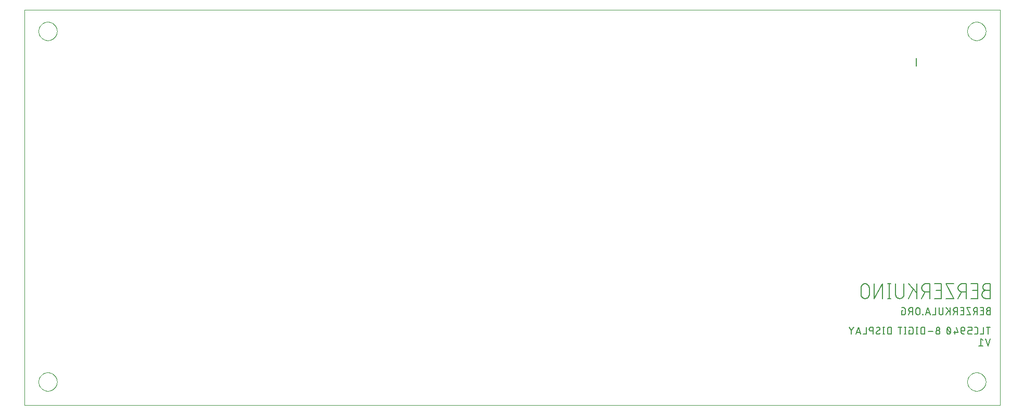
<source format=gbo>
G75*
%MOIN*%
%OFA0B0*%
%FSLAX25Y25*%
%IPPOS*%
%LPD*%
%AMOC8*
5,1,8,0,0,1.08239X$1,22.5*
%
%ADD10C,0.00000*%
%ADD11C,0.00500*%
%ADD12C,0.00800*%
D10*
X0001300Y0001300D02*
X0001300Y0255001D01*
X0626221Y0255001D01*
X0626221Y0001300D01*
X0001300Y0001300D01*
X0010394Y0016300D02*
X0010396Y0016453D01*
X0010402Y0016607D01*
X0010412Y0016760D01*
X0010426Y0016912D01*
X0010444Y0017065D01*
X0010466Y0017216D01*
X0010491Y0017367D01*
X0010521Y0017518D01*
X0010555Y0017668D01*
X0010592Y0017816D01*
X0010633Y0017964D01*
X0010678Y0018110D01*
X0010727Y0018256D01*
X0010780Y0018400D01*
X0010836Y0018542D01*
X0010896Y0018683D01*
X0010960Y0018823D01*
X0011027Y0018961D01*
X0011098Y0019097D01*
X0011173Y0019231D01*
X0011250Y0019363D01*
X0011332Y0019493D01*
X0011416Y0019621D01*
X0011504Y0019747D01*
X0011595Y0019870D01*
X0011689Y0019991D01*
X0011787Y0020109D01*
X0011887Y0020225D01*
X0011991Y0020338D01*
X0012097Y0020449D01*
X0012206Y0020557D01*
X0012318Y0020662D01*
X0012432Y0020763D01*
X0012550Y0020862D01*
X0012669Y0020958D01*
X0012791Y0021051D01*
X0012916Y0021140D01*
X0013043Y0021227D01*
X0013172Y0021309D01*
X0013303Y0021389D01*
X0013436Y0021465D01*
X0013571Y0021538D01*
X0013708Y0021607D01*
X0013847Y0021672D01*
X0013987Y0021734D01*
X0014129Y0021792D01*
X0014272Y0021847D01*
X0014417Y0021898D01*
X0014563Y0021945D01*
X0014710Y0021988D01*
X0014858Y0022027D01*
X0015007Y0022063D01*
X0015157Y0022094D01*
X0015308Y0022122D01*
X0015459Y0022146D01*
X0015612Y0022166D01*
X0015764Y0022182D01*
X0015917Y0022194D01*
X0016070Y0022202D01*
X0016223Y0022206D01*
X0016377Y0022206D01*
X0016530Y0022202D01*
X0016683Y0022194D01*
X0016836Y0022182D01*
X0016988Y0022166D01*
X0017141Y0022146D01*
X0017292Y0022122D01*
X0017443Y0022094D01*
X0017593Y0022063D01*
X0017742Y0022027D01*
X0017890Y0021988D01*
X0018037Y0021945D01*
X0018183Y0021898D01*
X0018328Y0021847D01*
X0018471Y0021792D01*
X0018613Y0021734D01*
X0018753Y0021672D01*
X0018892Y0021607D01*
X0019029Y0021538D01*
X0019164Y0021465D01*
X0019297Y0021389D01*
X0019428Y0021309D01*
X0019557Y0021227D01*
X0019684Y0021140D01*
X0019809Y0021051D01*
X0019931Y0020958D01*
X0020050Y0020862D01*
X0020168Y0020763D01*
X0020282Y0020662D01*
X0020394Y0020557D01*
X0020503Y0020449D01*
X0020609Y0020338D01*
X0020713Y0020225D01*
X0020813Y0020109D01*
X0020911Y0019991D01*
X0021005Y0019870D01*
X0021096Y0019747D01*
X0021184Y0019621D01*
X0021268Y0019493D01*
X0021350Y0019363D01*
X0021427Y0019231D01*
X0021502Y0019097D01*
X0021573Y0018961D01*
X0021640Y0018823D01*
X0021704Y0018683D01*
X0021764Y0018542D01*
X0021820Y0018400D01*
X0021873Y0018256D01*
X0021922Y0018110D01*
X0021967Y0017964D01*
X0022008Y0017816D01*
X0022045Y0017668D01*
X0022079Y0017518D01*
X0022109Y0017367D01*
X0022134Y0017216D01*
X0022156Y0017065D01*
X0022174Y0016912D01*
X0022188Y0016760D01*
X0022198Y0016607D01*
X0022204Y0016453D01*
X0022206Y0016300D01*
X0022204Y0016147D01*
X0022198Y0015993D01*
X0022188Y0015840D01*
X0022174Y0015688D01*
X0022156Y0015535D01*
X0022134Y0015384D01*
X0022109Y0015233D01*
X0022079Y0015082D01*
X0022045Y0014932D01*
X0022008Y0014784D01*
X0021967Y0014636D01*
X0021922Y0014490D01*
X0021873Y0014344D01*
X0021820Y0014200D01*
X0021764Y0014058D01*
X0021704Y0013917D01*
X0021640Y0013777D01*
X0021573Y0013639D01*
X0021502Y0013503D01*
X0021427Y0013369D01*
X0021350Y0013237D01*
X0021268Y0013107D01*
X0021184Y0012979D01*
X0021096Y0012853D01*
X0021005Y0012730D01*
X0020911Y0012609D01*
X0020813Y0012491D01*
X0020713Y0012375D01*
X0020609Y0012262D01*
X0020503Y0012151D01*
X0020394Y0012043D01*
X0020282Y0011938D01*
X0020168Y0011837D01*
X0020050Y0011738D01*
X0019931Y0011642D01*
X0019809Y0011549D01*
X0019684Y0011460D01*
X0019557Y0011373D01*
X0019428Y0011291D01*
X0019297Y0011211D01*
X0019164Y0011135D01*
X0019029Y0011062D01*
X0018892Y0010993D01*
X0018753Y0010928D01*
X0018613Y0010866D01*
X0018471Y0010808D01*
X0018328Y0010753D01*
X0018183Y0010702D01*
X0018037Y0010655D01*
X0017890Y0010612D01*
X0017742Y0010573D01*
X0017593Y0010537D01*
X0017443Y0010506D01*
X0017292Y0010478D01*
X0017141Y0010454D01*
X0016988Y0010434D01*
X0016836Y0010418D01*
X0016683Y0010406D01*
X0016530Y0010398D01*
X0016377Y0010394D01*
X0016223Y0010394D01*
X0016070Y0010398D01*
X0015917Y0010406D01*
X0015764Y0010418D01*
X0015612Y0010434D01*
X0015459Y0010454D01*
X0015308Y0010478D01*
X0015157Y0010506D01*
X0015007Y0010537D01*
X0014858Y0010573D01*
X0014710Y0010612D01*
X0014563Y0010655D01*
X0014417Y0010702D01*
X0014272Y0010753D01*
X0014129Y0010808D01*
X0013987Y0010866D01*
X0013847Y0010928D01*
X0013708Y0010993D01*
X0013571Y0011062D01*
X0013436Y0011135D01*
X0013303Y0011211D01*
X0013172Y0011291D01*
X0013043Y0011373D01*
X0012916Y0011460D01*
X0012791Y0011549D01*
X0012669Y0011642D01*
X0012550Y0011738D01*
X0012432Y0011837D01*
X0012318Y0011938D01*
X0012206Y0012043D01*
X0012097Y0012151D01*
X0011991Y0012262D01*
X0011887Y0012375D01*
X0011787Y0012491D01*
X0011689Y0012609D01*
X0011595Y0012730D01*
X0011504Y0012853D01*
X0011416Y0012979D01*
X0011332Y0013107D01*
X0011250Y0013237D01*
X0011173Y0013369D01*
X0011098Y0013503D01*
X0011027Y0013639D01*
X0010960Y0013777D01*
X0010896Y0013917D01*
X0010836Y0014058D01*
X0010780Y0014200D01*
X0010727Y0014344D01*
X0010678Y0014490D01*
X0010633Y0014636D01*
X0010592Y0014784D01*
X0010555Y0014932D01*
X0010521Y0015082D01*
X0010491Y0015233D01*
X0010466Y0015384D01*
X0010444Y0015535D01*
X0010426Y0015688D01*
X0010412Y0015840D01*
X0010402Y0015993D01*
X0010396Y0016147D01*
X0010394Y0016300D01*
X0010394Y0241300D02*
X0010396Y0241453D01*
X0010402Y0241607D01*
X0010412Y0241760D01*
X0010426Y0241912D01*
X0010444Y0242065D01*
X0010466Y0242216D01*
X0010491Y0242367D01*
X0010521Y0242518D01*
X0010555Y0242668D01*
X0010592Y0242816D01*
X0010633Y0242964D01*
X0010678Y0243110D01*
X0010727Y0243256D01*
X0010780Y0243400D01*
X0010836Y0243542D01*
X0010896Y0243683D01*
X0010960Y0243823D01*
X0011027Y0243961D01*
X0011098Y0244097D01*
X0011173Y0244231D01*
X0011250Y0244363D01*
X0011332Y0244493D01*
X0011416Y0244621D01*
X0011504Y0244747D01*
X0011595Y0244870D01*
X0011689Y0244991D01*
X0011787Y0245109D01*
X0011887Y0245225D01*
X0011991Y0245338D01*
X0012097Y0245449D01*
X0012206Y0245557D01*
X0012318Y0245662D01*
X0012432Y0245763D01*
X0012550Y0245862D01*
X0012669Y0245958D01*
X0012791Y0246051D01*
X0012916Y0246140D01*
X0013043Y0246227D01*
X0013172Y0246309D01*
X0013303Y0246389D01*
X0013436Y0246465D01*
X0013571Y0246538D01*
X0013708Y0246607D01*
X0013847Y0246672D01*
X0013987Y0246734D01*
X0014129Y0246792D01*
X0014272Y0246847D01*
X0014417Y0246898D01*
X0014563Y0246945D01*
X0014710Y0246988D01*
X0014858Y0247027D01*
X0015007Y0247063D01*
X0015157Y0247094D01*
X0015308Y0247122D01*
X0015459Y0247146D01*
X0015612Y0247166D01*
X0015764Y0247182D01*
X0015917Y0247194D01*
X0016070Y0247202D01*
X0016223Y0247206D01*
X0016377Y0247206D01*
X0016530Y0247202D01*
X0016683Y0247194D01*
X0016836Y0247182D01*
X0016988Y0247166D01*
X0017141Y0247146D01*
X0017292Y0247122D01*
X0017443Y0247094D01*
X0017593Y0247063D01*
X0017742Y0247027D01*
X0017890Y0246988D01*
X0018037Y0246945D01*
X0018183Y0246898D01*
X0018328Y0246847D01*
X0018471Y0246792D01*
X0018613Y0246734D01*
X0018753Y0246672D01*
X0018892Y0246607D01*
X0019029Y0246538D01*
X0019164Y0246465D01*
X0019297Y0246389D01*
X0019428Y0246309D01*
X0019557Y0246227D01*
X0019684Y0246140D01*
X0019809Y0246051D01*
X0019931Y0245958D01*
X0020050Y0245862D01*
X0020168Y0245763D01*
X0020282Y0245662D01*
X0020394Y0245557D01*
X0020503Y0245449D01*
X0020609Y0245338D01*
X0020713Y0245225D01*
X0020813Y0245109D01*
X0020911Y0244991D01*
X0021005Y0244870D01*
X0021096Y0244747D01*
X0021184Y0244621D01*
X0021268Y0244493D01*
X0021350Y0244363D01*
X0021427Y0244231D01*
X0021502Y0244097D01*
X0021573Y0243961D01*
X0021640Y0243823D01*
X0021704Y0243683D01*
X0021764Y0243542D01*
X0021820Y0243400D01*
X0021873Y0243256D01*
X0021922Y0243110D01*
X0021967Y0242964D01*
X0022008Y0242816D01*
X0022045Y0242668D01*
X0022079Y0242518D01*
X0022109Y0242367D01*
X0022134Y0242216D01*
X0022156Y0242065D01*
X0022174Y0241912D01*
X0022188Y0241760D01*
X0022198Y0241607D01*
X0022204Y0241453D01*
X0022206Y0241300D01*
X0022204Y0241147D01*
X0022198Y0240993D01*
X0022188Y0240840D01*
X0022174Y0240688D01*
X0022156Y0240535D01*
X0022134Y0240384D01*
X0022109Y0240233D01*
X0022079Y0240082D01*
X0022045Y0239932D01*
X0022008Y0239784D01*
X0021967Y0239636D01*
X0021922Y0239490D01*
X0021873Y0239344D01*
X0021820Y0239200D01*
X0021764Y0239058D01*
X0021704Y0238917D01*
X0021640Y0238777D01*
X0021573Y0238639D01*
X0021502Y0238503D01*
X0021427Y0238369D01*
X0021350Y0238237D01*
X0021268Y0238107D01*
X0021184Y0237979D01*
X0021096Y0237853D01*
X0021005Y0237730D01*
X0020911Y0237609D01*
X0020813Y0237491D01*
X0020713Y0237375D01*
X0020609Y0237262D01*
X0020503Y0237151D01*
X0020394Y0237043D01*
X0020282Y0236938D01*
X0020168Y0236837D01*
X0020050Y0236738D01*
X0019931Y0236642D01*
X0019809Y0236549D01*
X0019684Y0236460D01*
X0019557Y0236373D01*
X0019428Y0236291D01*
X0019297Y0236211D01*
X0019164Y0236135D01*
X0019029Y0236062D01*
X0018892Y0235993D01*
X0018753Y0235928D01*
X0018613Y0235866D01*
X0018471Y0235808D01*
X0018328Y0235753D01*
X0018183Y0235702D01*
X0018037Y0235655D01*
X0017890Y0235612D01*
X0017742Y0235573D01*
X0017593Y0235537D01*
X0017443Y0235506D01*
X0017292Y0235478D01*
X0017141Y0235454D01*
X0016988Y0235434D01*
X0016836Y0235418D01*
X0016683Y0235406D01*
X0016530Y0235398D01*
X0016377Y0235394D01*
X0016223Y0235394D01*
X0016070Y0235398D01*
X0015917Y0235406D01*
X0015764Y0235418D01*
X0015612Y0235434D01*
X0015459Y0235454D01*
X0015308Y0235478D01*
X0015157Y0235506D01*
X0015007Y0235537D01*
X0014858Y0235573D01*
X0014710Y0235612D01*
X0014563Y0235655D01*
X0014417Y0235702D01*
X0014272Y0235753D01*
X0014129Y0235808D01*
X0013987Y0235866D01*
X0013847Y0235928D01*
X0013708Y0235993D01*
X0013571Y0236062D01*
X0013436Y0236135D01*
X0013303Y0236211D01*
X0013172Y0236291D01*
X0013043Y0236373D01*
X0012916Y0236460D01*
X0012791Y0236549D01*
X0012669Y0236642D01*
X0012550Y0236738D01*
X0012432Y0236837D01*
X0012318Y0236938D01*
X0012206Y0237043D01*
X0012097Y0237151D01*
X0011991Y0237262D01*
X0011887Y0237375D01*
X0011787Y0237491D01*
X0011689Y0237609D01*
X0011595Y0237730D01*
X0011504Y0237853D01*
X0011416Y0237979D01*
X0011332Y0238107D01*
X0011250Y0238237D01*
X0011173Y0238369D01*
X0011098Y0238503D01*
X0011027Y0238639D01*
X0010960Y0238777D01*
X0010896Y0238917D01*
X0010836Y0239058D01*
X0010780Y0239200D01*
X0010727Y0239344D01*
X0010678Y0239490D01*
X0010633Y0239636D01*
X0010592Y0239784D01*
X0010555Y0239932D01*
X0010521Y0240082D01*
X0010491Y0240233D01*
X0010466Y0240384D01*
X0010444Y0240535D01*
X0010426Y0240688D01*
X0010412Y0240840D01*
X0010402Y0240993D01*
X0010396Y0241147D01*
X0010394Y0241300D01*
X0605394Y0241300D02*
X0605396Y0241453D01*
X0605402Y0241607D01*
X0605412Y0241760D01*
X0605426Y0241912D01*
X0605444Y0242065D01*
X0605466Y0242216D01*
X0605491Y0242367D01*
X0605521Y0242518D01*
X0605555Y0242668D01*
X0605592Y0242816D01*
X0605633Y0242964D01*
X0605678Y0243110D01*
X0605727Y0243256D01*
X0605780Y0243400D01*
X0605836Y0243542D01*
X0605896Y0243683D01*
X0605960Y0243823D01*
X0606027Y0243961D01*
X0606098Y0244097D01*
X0606173Y0244231D01*
X0606250Y0244363D01*
X0606332Y0244493D01*
X0606416Y0244621D01*
X0606504Y0244747D01*
X0606595Y0244870D01*
X0606689Y0244991D01*
X0606787Y0245109D01*
X0606887Y0245225D01*
X0606991Y0245338D01*
X0607097Y0245449D01*
X0607206Y0245557D01*
X0607318Y0245662D01*
X0607432Y0245763D01*
X0607550Y0245862D01*
X0607669Y0245958D01*
X0607791Y0246051D01*
X0607916Y0246140D01*
X0608043Y0246227D01*
X0608172Y0246309D01*
X0608303Y0246389D01*
X0608436Y0246465D01*
X0608571Y0246538D01*
X0608708Y0246607D01*
X0608847Y0246672D01*
X0608987Y0246734D01*
X0609129Y0246792D01*
X0609272Y0246847D01*
X0609417Y0246898D01*
X0609563Y0246945D01*
X0609710Y0246988D01*
X0609858Y0247027D01*
X0610007Y0247063D01*
X0610157Y0247094D01*
X0610308Y0247122D01*
X0610459Y0247146D01*
X0610612Y0247166D01*
X0610764Y0247182D01*
X0610917Y0247194D01*
X0611070Y0247202D01*
X0611223Y0247206D01*
X0611377Y0247206D01*
X0611530Y0247202D01*
X0611683Y0247194D01*
X0611836Y0247182D01*
X0611988Y0247166D01*
X0612141Y0247146D01*
X0612292Y0247122D01*
X0612443Y0247094D01*
X0612593Y0247063D01*
X0612742Y0247027D01*
X0612890Y0246988D01*
X0613037Y0246945D01*
X0613183Y0246898D01*
X0613328Y0246847D01*
X0613471Y0246792D01*
X0613613Y0246734D01*
X0613753Y0246672D01*
X0613892Y0246607D01*
X0614029Y0246538D01*
X0614164Y0246465D01*
X0614297Y0246389D01*
X0614428Y0246309D01*
X0614557Y0246227D01*
X0614684Y0246140D01*
X0614809Y0246051D01*
X0614931Y0245958D01*
X0615050Y0245862D01*
X0615168Y0245763D01*
X0615282Y0245662D01*
X0615394Y0245557D01*
X0615503Y0245449D01*
X0615609Y0245338D01*
X0615713Y0245225D01*
X0615813Y0245109D01*
X0615911Y0244991D01*
X0616005Y0244870D01*
X0616096Y0244747D01*
X0616184Y0244621D01*
X0616268Y0244493D01*
X0616350Y0244363D01*
X0616427Y0244231D01*
X0616502Y0244097D01*
X0616573Y0243961D01*
X0616640Y0243823D01*
X0616704Y0243683D01*
X0616764Y0243542D01*
X0616820Y0243400D01*
X0616873Y0243256D01*
X0616922Y0243110D01*
X0616967Y0242964D01*
X0617008Y0242816D01*
X0617045Y0242668D01*
X0617079Y0242518D01*
X0617109Y0242367D01*
X0617134Y0242216D01*
X0617156Y0242065D01*
X0617174Y0241912D01*
X0617188Y0241760D01*
X0617198Y0241607D01*
X0617204Y0241453D01*
X0617206Y0241300D01*
X0617204Y0241147D01*
X0617198Y0240993D01*
X0617188Y0240840D01*
X0617174Y0240688D01*
X0617156Y0240535D01*
X0617134Y0240384D01*
X0617109Y0240233D01*
X0617079Y0240082D01*
X0617045Y0239932D01*
X0617008Y0239784D01*
X0616967Y0239636D01*
X0616922Y0239490D01*
X0616873Y0239344D01*
X0616820Y0239200D01*
X0616764Y0239058D01*
X0616704Y0238917D01*
X0616640Y0238777D01*
X0616573Y0238639D01*
X0616502Y0238503D01*
X0616427Y0238369D01*
X0616350Y0238237D01*
X0616268Y0238107D01*
X0616184Y0237979D01*
X0616096Y0237853D01*
X0616005Y0237730D01*
X0615911Y0237609D01*
X0615813Y0237491D01*
X0615713Y0237375D01*
X0615609Y0237262D01*
X0615503Y0237151D01*
X0615394Y0237043D01*
X0615282Y0236938D01*
X0615168Y0236837D01*
X0615050Y0236738D01*
X0614931Y0236642D01*
X0614809Y0236549D01*
X0614684Y0236460D01*
X0614557Y0236373D01*
X0614428Y0236291D01*
X0614297Y0236211D01*
X0614164Y0236135D01*
X0614029Y0236062D01*
X0613892Y0235993D01*
X0613753Y0235928D01*
X0613613Y0235866D01*
X0613471Y0235808D01*
X0613328Y0235753D01*
X0613183Y0235702D01*
X0613037Y0235655D01*
X0612890Y0235612D01*
X0612742Y0235573D01*
X0612593Y0235537D01*
X0612443Y0235506D01*
X0612292Y0235478D01*
X0612141Y0235454D01*
X0611988Y0235434D01*
X0611836Y0235418D01*
X0611683Y0235406D01*
X0611530Y0235398D01*
X0611377Y0235394D01*
X0611223Y0235394D01*
X0611070Y0235398D01*
X0610917Y0235406D01*
X0610764Y0235418D01*
X0610612Y0235434D01*
X0610459Y0235454D01*
X0610308Y0235478D01*
X0610157Y0235506D01*
X0610007Y0235537D01*
X0609858Y0235573D01*
X0609710Y0235612D01*
X0609563Y0235655D01*
X0609417Y0235702D01*
X0609272Y0235753D01*
X0609129Y0235808D01*
X0608987Y0235866D01*
X0608847Y0235928D01*
X0608708Y0235993D01*
X0608571Y0236062D01*
X0608436Y0236135D01*
X0608303Y0236211D01*
X0608172Y0236291D01*
X0608043Y0236373D01*
X0607916Y0236460D01*
X0607791Y0236549D01*
X0607669Y0236642D01*
X0607550Y0236738D01*
X0607432Y0236837D01*
X0607318Y0236938D01*
X0607206Y0237043D01*
X0607097Y0237151D01*
X0606991Y0237262D01*
X0606887Y0237375D01*
X0606787Y0237491D01*
X0606689Y0237609D01*
X0606595Y0237730D01*
X0606504Y0237853D01*
X0606416Y0237979D01*
X0606332Y0238107D01*
X0606250Y0238237D01*
X0606173Y0238369D01*
X0606098Y0238503D01*
X0606027Y0238639D01*
X0605960Y0238777D01*
X0605896Y0238917D01*
X0605836Y0239058D01*
X0605780Y0239200D01*
X0605727Y0239344D01*
X0605678Y0239490D01*
X0605633Y0239636D01*
X0605592Y0239784D01*
X0605555Y0239932D01*
X0605521Y0240082D01*
X0605491Y0240233D01*
X0605466Y0240384D01*
X0605444Y0240535D01*
X0605426Y0240688D01*
X0605412Y0240840D01*
X0605402Y0240993D01*
X0605396Y0241147D01*
X0605394Y0241300D01*
X0605394Y0016300D02*
X0605396Y0016453D01*
X0605402Y0016607D01*
X0605412Y0016760D01*
X0605426Y0016912D01*
X0605444Y0017065D01*
X0605466Y0017216D01*
X0605491Y0017367D01*
X0605521Y0017518D01*
X0605555Y0017668D01*
X0605592Y0017816D01*
X0605633Y0017964D01*
X0605678Y0018110D01*
X0605727Y0018256D01*
X0605780Y0018400D01*
X0605836Y0018542D01*
X0605896Y0018683D01*
X0605960Y0018823D01*
X0606027Y0018961D01*
X0606098Y0019097D01*
X0606173Y0019231D01*
X0606250Y0019363D01*
X0606332Y0019493D01*
X0606416Y0019621D01*
X0606504Y0019747D01*
X0606595Y0019870D01*
X0606689Y0019991D01*
X0606787Y0020109D01*
X0606887Y0020225D01*
X0606991Y0020338D01*
X0607097Y0020449D01*
X0607206Y0020557D01*
X0607318Y0020662D01*
X0607432Y0020763D01*
X0607550Y0020862D01*
X0607669Y0020958D01*
X0607791Y0021051D01*
X0607916Y0021140D01*
X0608043Y0021227D01*
X0608172Y0021309D01*
X0608303Y0021389D01*
X0608436Y0021465D01*
X0608571Y0021538D01*
X0608708Y0021607D01*
X0608847Y0021672D01*
X0608987Y0021734D01*
X0609129Y0021792D01*
X0609272Y0021847D01*
X0609417Y0021898D01*
X0609563Y0021945D01*
X0609710Y0021988D01*
X0609858Y0022027D01*
X0610007Y0022063D01*
X0610157Y0022094D01*
X0610308Y0022122D01*
X0610459Y0022146D01*
X0610612Y0022166D01*
X0610764Y0022182D01*
X0610917Y0022194D01*
X0611070Y0022202D01*
X0611223Y0022206D01*
X0611377Y0022206D01*
X0611530Y0022202D01*
X0611683Y0022194D01*
X0611836Y0022182D01*
X0611988Y0022166D01*
X0612141Y0022146D01*
X0612292Y0022122D01*
X0612443Y0022094D01*
X0612593Y0022063D01*
X0612742Y0022027D01*
X0612890Y0021988D01*
X0613037Y0021945D01*
X0613183Y0021898D01*
X0613328Y0021847D01*
X0613471Y0021792D01*
X0613613Y0021734D01*
X0613753Y0021672D01*
X0613892Y0021607D01*
X0614029Y0021538D01*
X0614164Y0021465D01*
X0614297Y0021389D01*
X0614428Y0021309D01*
X0614557Y0021227D01*
X0614684Y0021140D01*
X0614809Y0021051D01*
X0614931Y0020958D01*
X0615050Y0020862D01*
X0615168Y0020763D01*
X0615282Y0020662D01*
X0615394Y0020557D01*
X0615503Y0020449D01*
X0615609Y0020338D01*
X0615713Y0020225D01*
X0615813Y0020109D01*
X0615911Y0019991D01*
X0616005Y0019870D01*
X0616096Y0019747D01*
X0616184Y0019621D01*
X0616268Y0019493D01*
X0616350Y0019363D01*
X0616427Y0019231D01*
X0616502Y0019097D01*
X0616573Y0018961D01*
X0616640Y0018823D01*
X0616704Y0018683D01*
X0616764Y0018542D01*
X0616820Y0018400D01*
X0616873Y0018256D01*
X0616922Y0018110D01*
X0616967Y0017964D01*
X0617008Y0017816D01*
X0617045Y0017668D01*
X0617079Y0017518D01*
X0617109Y0017367D01*
X0617134Y0017216D01*
X0617156Y0017065D01*
X0617174Y0016912D01*
X0617188Y0016760D01*
X0617198Y0016607D01*
X0617204Y0016453D01*
X0617206Y0016300D01*
X0617204Y0016147D01*
X0617198Y0015993D01*
X0617188Y0015840D01*
X0617174Y0015688D01*
X0617156Y0015535D01*
X0617134Y0015384D01*
X0617109Y0015233D01*
X0617079Y0015082D01*
X0617045Y0014932D01*
X0617008Y0014784D01*
X0616967Y0014636D01*
X0616922Y0014490D01*
X0616873Y0014344D01*
X0616820Y0014200D01*
X0616764Y0014058D01*
X0616704Y0013917D01*
X0616640Y0013777D01*
X0616573Y0013639D01*
X0616502Y0013503D01*
X0616427Y0013369D01*
X0616350Y0013237D01*
X0616268Y0013107D01*
X0616184Y0012979D01*
X0616096Y0012853D01*
X0616005Y0012730D01*
X0615911Y0012609D01*
X0615813Y0012491D01*
X0615713Y0012375D01*
X0615609Y0012262D01*
X0615503Y0012151D01*
X0615394Y0012043D01*
X0615282Y0011938D01*
X0615168Y0011837D01*
X0615050Y0011738D01*
X0614931Y0011642D01*
X0614809Y0011549D01*
X0614684Y0011460D01*
X0614557Y0011373D01*
X0614428Y0011291D01*
X0614297Y0011211D01*
X0614164Y0011135D01*
X0614029Y0011062D01*
X0613892Y0010993D01*
X0613753Y0010928D01*
X0613613Y0010866D01*
X0613471Y0010808D01*
X0613328Y0010753D01*
X0613183Y0010702D01*
X0613037Y0010655D01*
X0612890Y0010612D01*
X0612742Y0010573D01*
X0612593Y0010537D01*
X0612443Y0010506D01*
X0612292Y0010478D01*
X0612141Y0010454D01*
X0611988Y0010434D01*
X0611836Y0010418D01*
X0611683Y0010406D01*
X0611530Y0010398D01*
X0611377Y0010394D01*
X0611223Y0010394D01*
X0611070Y0010398D01*
X0610917Y0010406D01*
X0610764Y0010418D01*
X0610612Y0010434D01*
X0610459Y0010454D01*
X0610308Y0010478D01*
X0610157Y0010506D01*
X0610007Y0010537D01*
X0609858Y0010573D01*
X0609710Y0010612D01*
X0609563Y0010655D01*
X0609417Y0010702D01*
X0609272Y0010753D01*
X0609129Y0010808D01*
X0608987Y0010866D01*
X0608847Y0010928D01*
X0608708Y0010993D01*
X0608571Y0011062D01*
X0608436Y0011135D01*
X0608303Y0011211D01*
X0608172Y0011291D01*
X0608043Y0011373D01*
X0607916Y0011460D01*
X0607791Y0011549D01*
X0607669Y0011642D01*
X0607550Y0011738D01*
X0607432Y0011837D01*
X0607318Y0011938D01*
X0607206Y0012043D01*
X0607097Y0012151D01*
X0606991Y0012262D01*
X0606887Y0012375D01*
X0606787Y0012491D01*
X0606689Y0012609D01*
X0606595Y0012730D01*
X0606504Y0012853D01*
X0606416Y0012979D01*
X0606332Y0013107D01*
X0606250Y0013237D01*
X0606173Y0013369D01*
X0606098Y0013503D01*
X0606027Y0013639D01*
X0605960Y0013777D01*
X0605896Y0013917D01*
X0605836Y0014058D01*
X0605780Y0014200D01*
X0605727Y0014344D01*
X0605678Y0014490D01*
X0605633Y0014636D01*
X0605592Y0014784D01*
X0605555Y0014932D01*
X0605521Y0015082D01*
X0605491Y0015233D01*
X0605466Y0015384D01*
X0605444Y0015535D01*
X0605426Y0015688D01*
X0605412Y0015840D01*
X0605402Y0015993D01*
X0605396Y0016147D01*
X0605394Y0016300D01*
D11*
X0612800Y0039350D02*
X0615300Y0039350D01*
X0614050Y0039350D02*
X0614050Y0043850D01*
X0615300Y0042850D01*
X0617050Y0043850D02*
X0618550Y0039350D01*
X0620050Y0043850D01*
X0618800Y0046850D02*
X0618800Y0051350D01*
X0620050Y0051350D02*
X0617550Y0051350D01*
X0615690Y0051350D02*
X0615690Y0046850D01*
X0613690Y0046850D01*
X0611965Y0047850D02*
X0611965Y0050350D01*
X0611963Y0050410D01*
X0611958Y0050471D01*
X0611949Y0050530D01*
X0611936Y0050589D01*
X0611920Y0050648D01*
X0611900Y0050705D01*
X0611877Y0050760D01*
X0611850Y0050815D01*
X0611821Y0050867D01*
X0611788Y0050918D01*
X0611752Y0050967D01*
X0611714Y0051013D01*
X0611672Y0051057D01*
X0611628Y0051099D01*
X0611582Y0051137D01*
X0611533Y0051173D01*
X0611482Y0051206D01*
X0611430Y0051235D01*
X0611375Y0051262D01*
X0611320Y0051285D01*
X0611263Y0051305D01*
X0611204Y0051321D01*
X0611145Y0051334D01*
X0611086Y0051343D01*
X0611025Y0051348D01*
X0610965Y0051350D01*
X0609965Y0051350D01*
X0608200Y0051350D02*
X0608200Y0049350D01*
X0606700Y0049350D01*
X0606640Y0049348D01*
X0606579Y0049343D01*
X0606520Y0049334D01*
X0606461Y0049321D01*
X0606402Y0049305D01*
X0606345Y0049285D01*
X0606290Y0049262D01*
X0606235Y0049235D01*
X0606183Y0049206D01*
X0606132Y0049173D01*
X0606083Y0049137D01*
X0606037Y0049099D01*
X0605993Y0049057D01*
X0605951Y0049013D01*
X0605913Y0048967D01*
X0605877Y0048918D01*
X0605844Y0048867D01*
X0605815Y0048815D01*
X0605788Y0048760D01*
X0605765Y0048705D01*
X0605745Y0048648D01*
X0605729Y0048589D01*
X0605716Y0048530D01*
X0605707Y0048471D01*
X0605702Y0048410D01*
X0605700Y0048350D01*
X0605700Y0047850D01*
X0605702Y0047790D01*
X0605707Y0047729D01*
X0605716Y0047670D01*
X0605729Y0047611D01*
X0605745Y0047552D01*
X0605765Y0047495D01*
X0605788Y0047440D01*
X0605815Y0047385D01*
X0605844Y0047333D01*
X0605877Y0047282D01*
X0605913Y0047233D01*
X0605951Y0047187D01*
X0605993Y0047143D01*
X0606037Y0047101D01*
X0606083Y0047063D01*
X0606132Y0047027D01*
X0606183Y0046994D01*
X0606235Y0046965D01*
X0606290Y0046938D01*
X0606345Y0046915D01*
X0606402Y0046895D01*
X0606461Y0046879D01*
X0606520Y0046866D01*
X0606579Y0046857D01*
X0606640Y0046852D01*
X0606700Y0046850D01*
X0608200Y0046850D01*
X0609965Y0046850D02*
X0610965Y0046850D01*
X0611025Y0046852D01*
X0611086Y0046857D01*
X0611145Y0046866D01*
X0611204Y0046879D01*
X0611263Y0046895D01*
X0611320Y0046915D01*
X0611375Y0046938D01*
X0611430Y0046965D01*
X0611482Y0046994D01*
X0611533Y0047027D01*
X0611582Y0047063D01*
X0611628Y0047101D01*
X0611672Y0047143D01*
X0611714Y0047187D01*
X0611752Y0047233D01*
X0611788Y0047282D01*
X0611821Y0047333D01*
X0611850Y0047385D01*
X0611877Y0047440D01*
X0611900Y0047495D01*
X0611920Y0047552D01*
X0611936Y0047611D01*
X0611949Y0047670D01*
X0611958Y0047729D01*
X0611963Y0047790D01*
X0611965Y0047850D01*
X0608200Y0051350D02*
X0605700Y0051350D01*
X0603700Y0050100D02*
X0603700Y0049850D01*
X0603698Y0049790D01*
X0603693Y0049729D01*
X0603684Y0049670D01*
X0603671Y0049611D01*
X0603655Y0049552D01*
X0603635Y0049495D01*
X0603612Y0049440D01*
X0603585Y0049385D01*
X0603556Y0049333D01*
X0603523Y0049282D01*
X0603487Y0049233D01*
X0603449Y0049187D01*
X0603407Y0049143D01*
X0603363Y0049101D01*
X0603317Y0049063D01*
X0603268Y0049027D01*
X0603217Y0048994D01*
X0603165Y0048965D01*
X0603110Y0048938D01*
X0603055Y0048915D01*
X0602998Y0048895D01*
X0602939Y0048879D01*
X0602880Y0048866D01*
X0602821Y0048857D01*
X0602760Y0048852D01*
X0602700Y0048850D01*
X0601200Y0048850D01*
X0601200Y0050100D01*
X0601202Y0050169D01*
X0601208Y0050238D01*
X0601217Y0050306D01*
X0601230Y0050373D01*
X0601247Y0050440D01*
X0601268Y0050506D01*
X0601292Y0050570D01*
X0601320Y0050633D01*
X0601351Y0050695D01*
X0601385Y0050755D01*
X0601423Y0050812D01*
X0601464Y0050868D01*
X0601507Y0050921D01*
X0601554Y0050972D01*
X0601603Y0051020D01*
X0601655Y0051065D01*
X0601710Y0051107D01*
X0601766Y0051146D01*
X0601825Y0051183D01*
X0601886Y0051215D01*
X0601948Y0051245D01*
X0602012Y0051271D01*
X0602077Y0051293D01*
X0602143Y0051312D01*
X0602210Y0051327D01*
X0602278Y0051338D01*
X0602347Y0051346D01*
X0602416Y0051350D01*
X0602484Y0051350D01*
X0602553Y0051346D01*
X0602622Y0051338D01*
X0602690Y0051327D01*
X0602757Y0051312D01*
X0602823Y0051293D01*
X0602888Y0051271D01*
X0602952Y0051245D01*
X0603014Y0051215D01*
X0603075Y0051183D01*
X0603134Y0051146D01*
X0603190Y0051107D01*
X0603245Y0051065D01*
X0603297Y0051020D01*
X0603346Y0050972D01*
X0603393Y0050921D01*
X0603436Y0050868D01*
X0603477Y0050812D01*
X0603515Y0050755D01*
X0603549Y0050695D01*
X0603580Y0050633D01*
X0603608Y0050570D01*
X0603632Y0050506D01*
X0603653Y0050440D01*
X0603670Y0050373D01*
X0603683Y0050306D01*
X0603692Y0050238D01*
X0603698Y0050169D01*
X0603700Y0050100D01*
X0601200Y0048850D02*
X0601202Y0048763D01*
X0601208Y0048676D01*
X0601217Y0048589D01*
X0601230Y0048503D01*
X0601247Y0048417D01*
X0601268Y0048332D01*
X0601293Y0048249D01*
X0601321Y0048166D01*
X0601352Y0048085D01*
X0601387Y0048005D01*
X0601426Y0047927D01*
X0601468Y0047850D01*
X0601513Y0047775D01*
X0601562Y0047703D01*
X0601613Y0047632D01*
X0601668Y0047564D01*
X0601725Y0047499D01*
X0601786Y0047436D01*
X0601849Y0047375D01*
X0601914Y0047318D01*
X0601982Y0047263D01*
X0602053Y0047212D01*
X0602125Y0047163D01*
X0602200Y0047118D01*
X0602277Y0047076D01*
X0602355Y0047037D01*
X0602435Y0047002D01*
X0602516Y0046971D01*
X0602599Y0046943D01*
X0602682Y0046918D01*
X0602767Y0046897D01*
X0602853Y0046880D01*
X0602939Y0046867D01*
X0603026Y0046858D01*
X0603113Y0046852D01*
X0603200Y0046850D01*
X0599200Y0047850D02*
X0596700Y0047850D01*
X0597450Y0048850D02*
X0597450Y0046850D01*
X0599200Y0047850D02*
X0598200Y0051350D01*
X0592200Y0049100D02*
X0592202Y0048980D01*
X0592208Y0048860D01*
X0592218Y0048740D01*
X0592231Y0048621D01*
X0592249Y0048502D01*
X0592270Y0048384D01*
X0592295Y0048266D01*
X0592324Y0048150D01*
X0592357Y0048034D01*
X0592393Y0047920D01*
X0592433Y0047806D01*
X0592477Y0047694D01*
X0592524Y0047584D01*
X0592575Y0047475D01*
X0592596Y0047419D01*
X0592622Y0047364D01*
X0592650Y0047310D01*
X0592682Y0047259D01*
X0592717Y0047210D01*
X0592756Y0047164D01*
X0592797Y0047120D01*
X0592841Y0047078D01*
X0592888Y0047040D01*
X0592937Y0047005D01*
X0592989Y0046973D01*
X0593042Y0046945D01*
X0593097Y0046920D01*
X0593153Y0046899D01*
X0593211Y0046881D01*
X0593270Y0046868D01*
X0593330Y0046858D01*
X0593390Y0046852D01*
X0593450Y0046850D01*
X0593510Y0046852D01*
X0593570Y0046858D01*
X0593630Y0046868D01*
X0593689Y0046881D01*
X0593747Y0046899D01*
X0593803Y0046920D01*
X0593858Y0046945D01*
X0593911Y0046973D01*
X0593963Y0047005D01*
X0594012Y0047040D01*
X0594059Y0047078D01*
X0594103Y0047120D01*
X0594144Y0047164D01*
X0594183Y0047210D01*
X0594218Y0047259D01*
X0594250Y0047310D01*
X0594278Y0047364D01*
X0594304Y0047419D01*
X0594325Y0047475D01*
X0594450Y0047850D02*
X0592450Y0050350D01*
X0592575Y0050725D02*
X0592596Y0050781D01*
X0592622Y0050836D01*
X0592650Y0050890D01*
X0592682Y0050941D01*
X0592717Y0050990D01*
X0592756Y0051036D01*
X0592797Y0051080D01*
X0592841Y0051122D01*
X0592888Y0051160D01*
X0592937Y0051195D01*
X0592989Y0051227D01*
X0593042Y0051255D01*
X0593097Y0051280D01*
X0593153Y0051301D01*
X0593211Y0051319D01*
X0593270Y0051332D01*
X0593330Y0051342D01*
X0593390Y0051348D01*
X0593450Y0051350D01*
X0593510Y0051348D01*
X0593570Y0051342D01*
X0593630Y0051332D01*
X0593689Y0051319D01*
X0593747Y0051301D01*
X0593803Y0051280D01*
X0593858Y0051255D01*
X0593911Y0051227D01*
X0593963Y0051195D01*
X0594012Y0051160D01*
X0594059Y0051122D01*
X0594103Y0051080D01*
X0594144Y0051036D01*
X0594183Y0050990D01*
X0594218Y0050941D01*
X0594250Y0050890D01*
X0594278Y0050836D01*
X0594304Y0050781D01*
X0594325Y0050725D01*
X0592575Y0050725D02*
X0592524Y0050616D01*
X0592477Y0050506D01*
X0592433Y0050394D01*
X0592393Y0050280D01*
X0592357Y0050166D01*
X0592324Y0050050D01*
X0592295Y0049934D01*
X0592270Y0049816D01*
X0592249Y0049698D01*
X0592231Y0049579D01*
X0592218Y0049460D01*
X0592208Y0049340D01*
X0592202Y0049220D01*
X0592200Y0049100D01*
X0594700Y0049100D02*
X0594698Y0048980D01*
X0594692Y0048860D01*
X0594682Y0048740D01*
X0594669Y0048621D01*
X0594651Y0048502D01*
X0594630Y0048384D01*
X0594605Y0048266D01*
X0594576Y0048150D01*
X0594543Y0048034D01*
X0594507Y0047920D01*
X0594467Y0047806D01*
X0594423Y0047694D01*
X0594376Y0047584D01*
X0594325Y0047475D01*
X0594700Y0049100D02*
X0594698Y0049220D01*
X0594692Y0049340D01*
X0594682Y0049460D01*
X0594669Y0049579D01*
X0594651Y0049698D01*
X0594630Y0049816D01*
X0594605Y0049934D01*
X0594576Y0050050D01*
X0594543Y0050166D01*
X0594507Y0050280D01*
X0594467Y0050394D01*
X0594423Y0050506D01*
X0594376Y0050616D01*
X0594325Y0050725D01*
X0587550Y0050350D02*
X0587548Y0050288D01*
X0587542Y0050227D01*
X0587533Y0050166D01*
X0587520Y0050106D01*
X0587503Y0050047D01*
X0587482Y0049989D01*
X0587458Y0049932D01*
X0587431Y0049877D01*
X0587400Y0049824D01*
X0587366Y0049772D01*
X0587329Y0049723D01*
X0587289Y0049676D01*
X0587246Y0049632D01*
X0587201Y0049591D01*
X0587153Y0049552D01*
X0587102Y0049516D01*
X0587050Y0049484D01*
X0586996Y0049455D01*
X0586940Y0049429D01*
X0586882Y0049407D01*
X0586824Y0049388D01*
X0586764Y0049373D01*
X0586703Y0049362D01*
X0586642Y0049354D01*
X0586581Y0049350D01*
X0586519Y0049350D01*
X0586458Y0049354D01*
X0586397Y0049362D01*
X0586336Y0049373D01*
X0586276Y0049388D01*
X0586218Y0049407D01*
X0586160Y0049429D01*
X0586104Y0049455D01*
X0586050Y0049484D01*
X0585998Y0049516D01*
X0585947Y0049552D01*
X0585899Y0049591D01*
X0585854Y0049632D01*
X0585811Y0049676D01*
X0585771Y0049723D01*
X0585734Y0049772D01*
X0585700Y0049824D01*
X0585669Y0049877D01*
X0585642Y0049932D01*
X0585618Y0049989D01*
X0585597Y0050047D01*
X0585580Y0050106D01*
X0585567Y0050166D01*
X0585558Y0050227D01*
X0585552Y0050288D01*
X0585550Y0050350D01*
X0585552Y0050412D01*
X0585558Y0050473D01*
X0585567Y0050534D01*
X0585580Y0050594D01*
X0585597Y0050653D01*
X0585618Y0050711D01*
X0585642Y0050768D01*
X0585669Y0050823D01*
X0585700Y0050876D01*
X0585734Y0050928D01*
X0585771Y0050977D01*
X0585811Y0051024D01*
X0585854Y0051068D01*
X0585899Y0051109D01*
X0585947Y0051148D01*
X0585998Y0051184D01*
X0586050Y0051216D01*
X0586104Y0051245D01*
X0586160Y0051271D01*
X0586218Y0051293D01*
X0586276Y0051312D01*
X0586336Y0051327D01*
X0586397Y0051338D01*
X0586458Y0051346D01*
X0586519Y0051350D01*
X0586581Y0051350D01*
X0586642Y0051346D01*
X0586703Y0051338D01*
X0586764Y0051327D01*
X0586824Y0051312D01*
X0586882Y0051293D01*
X0586940Y0051271D01*
X0586996Y0051245D01*
X0587050Y0051216D01*
X0587102Y0051184D01*
X0587153Y0051148D01*
X0587201Y0051109D01*
X0587246Y0051068D01*
X0587289Y0051024D01*
X0587329Y0050977D01*
X0587366Y0050928D01*
X0587400Y0050876D01*
X0587431Y0050823D01*
X0587458Y0050768D01*
X0587482Y0050711D01*
X0587503Y0050653D01*
X0587520Y0050594D01*
X0587533Y0050534D01*
X0587542Y0050473D01*
X0587548Y0050412D01*
X0587550Y0050350D01*
X0587800Y0048100D02*
X0587798Y0048031D01*
X0587792Y0047962D01*
X0587783Y0047894D01*
X0587770Y0047827D01*
X0587753Y0047760D01*
X0587732Y0047694D01*
X0587708Y0047630D01*
X0587680Y0047567D01*
X0587649Y0047505D01*
X0587615Y0047445D01*
X0587577Y0047388D01*
X0587536Y0047332D01*
X0587493Y0047279D01*
X0587446Y0047228D01*
X0587397Y0047180D01*
X0587345Y0047135D01*
X0587290Y0047093D01*
X0587234Y0047054D01*
X0587175Y0047017D01*
X0587114Y0046985D01*
X0587052Y0046955D01*
X0586988Y0046929D01*
X0586923Y0046907D01*
X0586857Y0046888D01*
X0586790Y0046873D01*
X0586722Y0046862D01*
X0586653Y0046854D01*
X0586584Y0046850D01*
X0586516Y0046850D01*
X0586447Y0046854D01*
X0586378Y0046862D01*
X0586310Y0046873D01*
X0586243Y0046888D01*
X0586177Y0046907D01*
X0586112Y0046929D01*
X0586048Y0046955D01*
X0585986Y0046985D01*
X0585925Y0047017D01*
X0585866Y0047054D01*
X0585810Y0047093D01*
X0585755Y0047135D01*
X0585703Y0047180D01*
X0585654Y0047228D01*
X0585607Y0047279D01*
X0585564Y0047332D01*
X0585523Y0047388D01*
X0585485Y0047445D01*
X0585451Y0047505D01*
X0585420Y0047567D01*
X0585392Y0047630D01*
X0585368Y0047694D01*
X0585347Y0047760D01*
X0585330Y0047827D01*
X0585317Y0047894D01*
X0585308Y0047962D01*
X0585302Y0048031D01*
X0585300Y0048100D01*
X0585302Y0048169D01*
X0585308Y0048238D01*
X0585317Y0048306D01*
X0585330Y0048373D01*
X0585347Y0048440D01*
X0585368Y0048506D01*
X0585392Y0048570D01*
X0585420Y0048633D01*
X0585451Y0048695D01*
X0585485Y0048755D01*
X0585523Y0048812D01*
X0585564Y0048868D01*
X0585607Y0048921D01*
X0585654Y0048972D01*
X0585703Y0049020D01*
X0585755Y0049065D01*
X0585810Y0049107D01*
X0585866Y0049146D01*
X0585925Y0049183D01*
X0585986Y0049215D01*
X0586048Y0049245D01*
X0586112Y0049271D01*
X0586177Y0049293D01*
X0586243Y0049312D01*
X0586310Y0049327D01*
X0586378Y0049338D01*
X0586447Y0049346D01*
X0586516Y0049350D01*
X0586584Y0049350D01*
X0586653Y0049346D01*
X0586722Y0049338D01*
X0586790Y0049327D01*
X0586857Y0049312D01*
X0586923Y0049293D01*
X0586988Y0049271D01*
X0587052Y0049245D01*
X0587114Y0049215D01*
X0587175Y0049183D01*
X0587234Y0049146D01*
X0587290Y0049107D01*
X0587345Y0049065D01*
X0587397Y0049020D01*
X0587446Y0048972D01*
X0587493Y0048921D01*
X0587536Y0048868D01*
X0587577Y0048812D01*
X0587615Y0048755D01*
X0587649Y0048695D01*
X0587680Y0048633D01*
X0587708Y0048570D01*
X0587732Y0048506D01*
X0587753Y0048440D01*
X0587770Y0048373D01*
X0587783Y0048306D01*
X0587792Y0048238D01*
X0587798Y0048169D01*
X0587800Y0048100D01*
X0583250Y0048600D02*
X0580250Y0048600D01*
X0578050Y0046850D02*
X0576800Y0046850D01*
X0576732Y0046852D01*
X0576665Y0046857D01*
X0576598Y0046866D01*
X0576531Y0046879D01*
X0576466Y0046896D01*
X0576401Y0046915D01*
X0576337Y0046939D01*
X0576275Y0046966D01*
X0576214Y0046996D01*
X0576156Y0047029D01*
X0576099Y0047065D01*
X0576044Y0047105D01*
X0575991Y0047147D01*
X0575940Y0047193D01*
X0575893Y0047240D01*
X0575847Y0047291D01*
X0575805Y0047344D01*
X0575765Y0047399D01*
X0575729Y0047456D01*
X0575696Y0047514D01*
X0575666Y0047575D01*
X0575639Y0047637D01*
X0575615Y0047701D01*
X0575596Y0047766D01*
X0575579Y0047831D01*
X0575566Y0047898D01*
X0575557Y0047965D01*
X0575552Y0048032D01*
X0575550Y0048100D01*
X0575550Y0050100D01*
X0575552Y0050168D01*
X0575557Y0050235D01*
X0575566Y0050302D01*
X0575579Y0050369D01*
X0575596Y0050434D01*
X0575615Y0050499D01*
X0575639Y0050563D01*
X0575666Y0050625D01*
X0575696Y0050686D01*
X0575729Y0050744D01*
X0575765Y0050801D01*
X0575805Y0050856D01*
X0575847Y0050909D01*
X0575893Y0050960D01*
X0575940Y0051007D01*
X0575991Y0051053D01*
X0576044Y0051095D01*
X0576099Y0051135D01*
X0576156Y0051171D01*
X0576214Y0051204D01*
X0576275Y0051234D01*
X0576337Y0051261D01*
X0576401Y0051285D01*
X0576466Y0051304D01*
X0576531Y0051321D01*
X0576598Y0051334D01*
X0576665Y0051343D01*
X0576732Y0051348D01*
X0576800Y0051350D01*
X0578050Y0051350D01*
X0578050Y0046850D01*
X0573550Y0046850D02*
X0572550Y0046850D01*
X0573050Y0046850D02*
X0573050Y0051350D01*
X0573550Y0051350D02*
X0572550Y0051350D01*
X0570550Y0050350D02*
X0570550Y0047850D01*
X0570548Y0047790D01*
X0570543Y0047729D01*
X0570534Y0047670D01*
X0570521Y0047611D01*
X0570505Y0047552D01*
X0570485Y0047495D01*
X0570462Y0047440D01*
X0570435Y0047385D01*
X0570406Y0047333D01*
X0570373Y0047282D01*
X0570337Y0047233D01*
X0570299Y0047187D01*
X0570257Y0047143D01*
X0570213Y0047101D01*
X0570167Y0047063D01*
X0570118Y0047027D01*
X0570067Y0046994D01*
X0570015Y0046965D01*
X0569960Y0046938D01*
X0569905Y0046915D01*
X0569848Y0046895D01*
X0569789Y0046879D01*
X0569730Y0046866D01*
X0569671Y0046857D01*
X0569610Y0046852D01*
X0569550Y0046850D01*
X0568050Y0046850D01*
X0568050Y0049350D01*
X0568800Y0049350D01*
X0570550Y0050350D02*
X0570548Y0050410D01*
X0570543Y0050471D01*
X0570534Y0050530D01*
X0570521Y0050589D01*
X0570505Y0050648D01*
X0570485Y0050705D01*
X0570462Y0050760D01*
X0570435Y0050815D01*
X0570406Y0050867D01*
X0570373Y0050918D01*
X0570337Y0050967D01*
X0570299Y0051013D01*
X0570257Y0051057D01*
X0570213Y0051099D01*
X0570167Y0051137D01*
X0570118Y0051173D01*
X0570067Y0051206D01*
X0570015Y0051235D01*
X0569960Y0051262D01*
X0569905Y0051285D01*
X0569848Y0051305D01*
X0569789Y0051321D01*
X0569730Y0051334D01*
X0569671Y0051343D01*
X0569610Y0051348D01*
X0569550Y0051350D01*
X0568050Y0051350D01*
X0566050Y0051350D02*
X0565050Y0051350D01*
X0565550Y0051350D02*
X0565550Y0046850D01*
X0566050Y0046850D02*
X0565050Y0046850D01*
X0562250Y0046850D02*
X0562250Y0051350D01*
X0563500Y0051350D02*
X0561000Y0051350D01*
X0556750Y0051350D02*
X0555500Y0051350D01*
X0555432Y0051348D01*
X0555365Y0051343D01*
X0555298Y0051334D01*
X0555231Y0051321D01*
X0555166Y0051304D01*
X0555101Y0051285D01*
X0555037Y0051261D01*
X0554975Y0051234D01*
X0554914Y0051204D01*
X0554856Y0051171D01*
X0554799Y0051135D01*
X0554744Y0051095D01*
X0554691Y0051053D01*
X0554640Y0051007D01*
X0554593Y0050960D01*
X0554547Y0050909D01*
X0554505Y0050856D01*
X0554465Y0050801D01*
X0554429Y0050744D01*
X0554396Y0050686D01*
X0554366Y0050625D01*
X0554339Y0050563D01*
X0554315Y0050499D01*
X0554296Y0050434D01*
X0554279Y0050369D01*
X0554266Y0050302D01*
X0554257Y0050235D01*
X0554252Y0050168D01*
X0554250Y0050100D01*
X0554250Y0048100D01*
X0554252Y0048032D01*
X0554257Y0047965D01*
X0554266Y0047898D01*
X0554279Y0047831D01*
X0554296Y0047766D01*
X0554315Y0047701D01*
X0554339Y0047637D01*
X0554366Y0047575D01*
X0554396Y0047514D01*
X0554429Y0047456D01*
X0554465Y0047399D01*
X0554505Y0047344D01*
X0554547Y0047291D01*
X0554593Y0047240D01*
X0554640Y0047193D01*
X0554691Y0047147D01*
X0554744Y0047105D01*
X0554799Y0047065D01*
X0554856Y0047029D01*
X0554914Y0046996D01*
X0554975Y0046966D01*
X0555037Y0046939D01*
X0555101Y0046915D01*
X0555166Y0046896D01*
X0555231Y0046879D01*
X0555298Y0046866D01*
X0555365Y0046857D01*
X0555432Y0046852D01*
X0555500Y0046850D01*
X0556750Y0046850D01*
X0556750Y0051350D01*
X0552250Y0051350D02*
X0551250Y0051350D01*
X0551750Y0051350D02*
X0551750Y0046850D01*
X0552250Y0046850D02*
X0551250Y0046850D01*
X0547550Y0048725D02*
X0547498Y0048692D01*
X0547447Y0048656D01*
X0547399Y0048617D01*
X0547354Y0048575D01*
X0547311Y0048530D01*
X0547271Y0048482D01*
X0547234Y0048433D01*
X0547200Y0048381D01*
X0547169Y0048327D01*
X0547141Y0048271D01*
X0547117Y0048214D01*
X0547097Y0048155D01*
X0547080Y0048096D01*
X0547067Y0048035D01*
X0547058Y0047974D01*
X0547052Y0047912D01*
X0547050Y0047850D01*
X0547052Y0047790D01*
X0547057Y0047729D01*
X0547066Y0047670D01*
X0547079Y0047611D01*
X0547095Y0047552D01*
X0547115Y0047495D01*
X0547138Y0047440D01*
X0547165Y0047385D01*
X0547194Y0047333D01*
X0547227Y0047282D01*
X0547263Y0047233D01*
X0547301Y0047187D01*
X0547343Y0047143D01*
X0547387Y0047101D01*
X0547433Y0047063D01*
X0547482Y0047027D01*
X0547533Y0046994D01*
X0547585Y0046965D01*
X0547640Y0046938D01*
X0547695Y0046915D01*
X0547752Y0046895D01*
X0547811Y0046879D01*
X0547870Y0046866D01*
X0547929Y0046857D01*
X0547990Y0046852D01*
X0548050Y0046850D01*
X0547550Y0048725D02*
X0548925Y0049475D01*
X0548425Y0051350D02*
X0548345Y0051348D01*
X0548264Y0051343D01*
X0548184Y0051334D01*
X0548105Y0051322D01*
X0548026Y0051307D01*
X0547948Y0051288D01*
X0547870Y0051266D01*
X0547794Y0051241D01*
X0547719Y0051212D01*
X0547645Y0051180D01*
X0547573Y0051145D01*
X0547502Y0051107D01*
X0547433Y0051066D01*
X0547365Y0051022D01*
X0547300Y0050975D01*
X0548925Y0049475D02*
X0548977Y0049508D01*
X0549028Y0049544D01*
X0549076Y0049583D01*
X0549121Y0049625D01*
X0549164Y0049670D01*
X0549204Y0049718D01*
X0549241Y0049767D01*
X0549275Y0049819D01*
X0549306Y0049873D01*
X0549334Y0049929D01*
X0549358Y0049986D01*
X0549378Y0050045D01*
X0549395Y0050104D01*
X0549408Y0050165D01*
X0549417Y0050226D01*
X0549423Y0050288D01*
X0549425Y0050350D01*
X0549423Y0050410D01*
X0549418Y0050471D01*
X0549409Y0050530D01*
X0549396Y0050589D01*
X0549380Y0050648D01*
X0549360Y0050705D01*
X0549337Y0050760D01*
X0549310Y0050815D01*
X0549281Y0050867D01*
X0549248Y0050918D01*
X0549212Y0050967D01*
X0549174Y0051013D01*
X0549132Y0051057D01*
X0549088Y0051099D01*
X0549042Y0051137D01*
X0548993Y0051173D01*
X0548942Y0051206D01*
X0548890Y0051235D01*
X0548835Y0051262D01*
X0548780Y0051285D01*
X0548723Y0051305D01*
X0548664Y0051321D01*
X0548605Y0051334D01*
X0548546Y0051343D01*
X0548485Y0051348D01*
X0548425Y0051350D01*
X0549550Y0047474D02*
X0549487Y0047413D01*
X0549422Y0047355D01*
X0549354Y0047299D01*
X0549283Y0047246D01*
X0549211Y0047197D01*
X0549137Y0047150D01*
X0549061Y0047106D01*
X0548983Y0047066D01*
X0548903Y0047029D01*
X0548822Y0046995D01*
X0548740Y0046965D01*
X0548656Y0046938D01*
X0548571Y0046914D01*
X0548486Y0046894D01*
X0548400Y0046878D01*
X0548313Y0046865D01*
X0548225Y0046856D01*
X0548138Y0046851D01*
X0548050Y0046849D01*
X0544975Y0046850D02*
X0544975Y0051350D01*
X0543725Y0051350D01*
X0543656Y0051348D01*
X0543587Y0051342D01*
X0543519Y0051333D01*
X0543452Y0051320D01*
X0543385Y0051303D01*
X0543319Y0051282D01*
X0543255Y0051258D01*
X0543192Y0051230D01*
X0543130Y0051199D01*
X0543070Y0051165D01*
X0543013Y0051127D01*
X0542957Y0051086D01*
X0542904Y0051043D01*
X0542853Y0050996D01*
X0542805Y0050947D01*
X0542760Y0050895D01*
X0542718Y0050840D01*
X0542679Y0050784D01*
X0542642Y0050725D01*
X0542610Y0050664D01*
X0542580Y0050602D01*
X0542554Y0050538D01*
X0542532Y0050473D01*
X0542513Y0050407D01*
X0542498Y0050340D01*
X0542487Y0050272D01*
X0542479Y0050203D01*
X0542475Y0050134D01*
X0542475Y0050066D01*
X0542479Y0049997D01*
X0542487Y0049928D01*
X0542498Y0049860D01*
X0542513Y0049793D01*
X0542532Y0049727D01*
X0542554Y0049662D01*
X0542580Y0049598D01*
X0542610Y0049536D01*
X0542642Y0049475D01*
X0542679Y0049416D01*
X0542718Y0049360D01*
X0542760Y0049305D01*
X0542805Y0049253D01*
X0542853Y0049204D01*
X0542904Y0049157D01*
X0542957Y0049114D01*
X0543013Y0049073D01*
X0543070Y0049035D01*
X0543130Y0049001D01*
X0543192Y0048970D01*
X0543255Y0048942D01*
X0543319Y0048918D01*
X0543385Y0048897D01*
X0543452Y0048880D01*
X0543519Y0048867D01*
X0543587Y0048858D01*
X0543656Y0048852D01*
X0543725Y0048850D01*
X0544975Y0048850D01*
X0540540Y0046850D02*
X0538540Y0046850D01*
X0537050Y0046850D02*
X0535550Y0051350D01*
X0534050Y0046850D01*
X0534425Y0047975D02*
X0536675Y0047975D01*
X0540540Y0046850D02*
X0540540Y0051350D01*
X0532550Y0051350D02*
X0531050Y0049225D01*
X0531050Y0046850D01*
X0531050Y0049225D02*
X0529550Y0051350D01*
X0563175Y0059350D02*
X0564675Y0059350D01*
X0564735Y0059352D01*
X0564796Y0059357D01*
X0564855Y0059366D01*
X0564914Y0059379D01*
X0564973Y0059395D01*
X0565030Y0059415D01*
X0565085Y0059438D01*
X0565140Y0059465D01*
X0565192Y0059494D01*
X0565243Y0059527D01*
X0565292Y0059563D01*
X0565338Y0059601D01*
X0565382Y0059643D01*
X0565424Y0059687D01*
X0565462Y0059733D01*
X0565498Y0059782D01*
X0565531Y0059833D01*
X0565560Y0059885D01*
X0565587Y0059940D01*
X0565610Y0059995D01*
X0565630Y0060052D01*
X0565646Y0060111D01*
X0565659Y0060170D01*
X0565668Y0060229D01*
X0565673Y0060290D01*
X0565675Y0060350D01*
X0565675Y0062850D01*
X0565673Y0062910D01*
X0565668Y0062971D01*
X0565659Y0063030D01*
X0565646Y0063089D01*
X0565630Y0063148D01*
X0565610Y0063205D01*
X0565587Y0063260D01*
X0565560Y0063315D01*
X0565531Y0063367D01*
X0565498Y0063418D01*
X0565462Y0063467D01*
X0565424Y0063513D01*
X0565382Y0063557D01*
X0565338Y0063599D01*
X0565292Y0063637D01*
X0565243Y0063673D01*
X0565192Y0063706D01*
X0565140Y0063735D01*
X0565085Y0063762D01*
X0565030Y0063785D01*
X0564973Y0063805D01*
X0564914Y0063821D01*
X0564855Y0063834D01*
X0564796Y0063843D01*
X0564735Y0063848D01*
X0564675Y0063850D01*
X0563175Y0063850D01*
X0563175Y0061850D02*
X0563175Y0059350D01*
X0563175Y0061850D02*
X0563925Y0061850D01*
X0567792Y0059350D02*
X0568792Y0061350D01*
X0569042Y0061350D02*
X0570292Y0061350D01*
X0569042Y0061350D02*
X0568973Y0061352D01*
X0568904Y0061358D01*
X0568836Y0061367D01*
X0568769Y0061380D01*
X0568702Y0061397D01*
X0568636Y0061418D01*
X0568572Y0061442D01*
X0568509Y0061470D01*
X0568447Y0061501D01*
X0568387Y0061535D01*
X0568330Y0061573D01*
X0568274Y0061614D01*
X0568221Y0061657D01*
X0568170Y0061704D01*
X0568122Y0061753D01*
X0568077Y0061805D01*
X0568035Y0061860D01*
X0567996Y0061916D01*
X0567959Y0061975D01*
X0567927Y0062036D01*
X0567897Y0062098D01*
X0567871Y0062162D01*
X0567849Y0062227D01*
X0567830Y0062293D01*
X0567815Y0062360D01*
X0567804Y0062428D01*
X0567796Y0062497D01*
X0567792Y0062566D01*
X0567792Y0062634D01*
X0567796Y0062703D01*
X0567804Y0062772D01*
X0567815Y0062840D01*
X0567830Y0062907D01*
X0567849Y0062973D01*
X0567871Y0063038D01*
X0567897Y0063102D01*
X0567927Y0063164D01*
X0567959Y0063225D01*
X0567996Y0063284D01*
X0568035Y0063340D01*
X0568077Y0063395D01*
X0568122Y0063447D01*
X0568170Y0063496D01*
X0568221Y0063543D01*
X0568274Y0063586D01*
X0568330Y0063627D01*
X0568387Y0063665D01*
X0568447Y0063699D01*
X0568509Y0063730D01*
X0568572Y0063758D01*
X0568636Y0063782D01*
X0568702Y0063803D01*
X0568769Y0063820D01*
X0568836Y0063833D01*
X0568904Y0063842D01*
X0568973Y0063848D01*
X0569042Y0063850D01*
X0570292Y0063850D01*
X0570292Y0059350D01*
X0572475Y0060600D02*
X0572475Y0062600D01*
X0572477Y0062669D01*
X0572483Y0062738D01*
X0572492Y0062806D01*
X0572505Y0062873D01*
X0572522Y0062940D01*
X0572543Y0063006D01*
X0572567Y0063070D01*
X0572595Y0063133D01*
X0572626Y0063195D01*
X0572660Y0063255D01*
X0572698Y0063312D01*
X0572739Y0063368D01*
X0572782Y0063421D01*
X0572829Y0063472D01*
X0572878Y0063520D01*
X0572930Y0063565D01*
X0572985Y0063607D01*
X0573041Y0063646D01*
X0573100Y0063683D01*
X0573161Y0063715D01*
X0573223Y0063745D01*
X0573287Y0063771D01*
X0573352Y0063793D01*
X0573418Y0063812D01*
X0573485Y0063827D01*
X0573553Y0063838D01*
X0573622Y0063846D01*
X0573691Y0063850D01*
X0573759Y0063850D01*
X0573828Y0063846D01*
X0573897Y0063838D01*
X0573965Y0063827D01*
X0574032Y0063812D01*
X0574098Y0063793D01*
X0574163Y0063771D01*
X0574227Y0063745D01*
X0574289Y0063715D01*
X0574350Y0063683D01*
X0574409Y0063646D01*
X0574465Y0063607D01*
X0574520Y0063565D01*
X0574572Y0063520D01*
X0574621Y0063472D01*
X0574668Y0063421D01*
X0574711Y0063368D01*
X0574752Y0063312D01*
X0574790Y0063255D01*
X0574824Y0063195D01*
X0574855Y0063133D01*
X0574883Y0063070D01*
X0574907Y0063006D01*
X0574928Y0062940D01*
X0574945Y0062873D01*
X0574958Y0062806D01*
X0574967Y0062738D01*
X0574973Y0062669D01*
X0574975Y0062600D01*
X0574975Y0060600D01*
X0574973Y0060531D01*
X0574967Y0060462D01*
X0574958Y0060394D01*
X0574945Y0060327D01*
X0574928Y0060260D01*
X0574907Y0060194D01*
X0574883Y0060130D01*
X0574855Y0060067D01*
X0574824Y0060005D01*
X0574790Y0059945D01*
X0574752Y0059888D01*
X0574711Y0059832D01*
X0574668Y0059779D01*
X0574621Y0059728D01*
X0574572Y0059680D01*
X0574520Y0059635D01*
X0574465Y0059593D01*
X0574409Y0059554D01*
X0574350Y0059517D01*
X0574289Y0059485D01*
X0574227Y0059455D01*
X0574163Y0059429D01*
X0574098Y0059407D01*
X0574032Y0059388D01*
X0573965Y0059373D01*
X0573897Y0059362D01*
X0573828Y0059354D01*
X0573759Y0059350D01*
X0573691Y0059350D01*
X0573622Y0059354D01*
X0573553Y0059362D01*
X0573485Y0059373D01*
X0573418Y0059388D01*
X0573352Y0059407D01*
X0573287Y0059429D01*
X0573223Y0059455D01*
X0573161Y0059485D01*
X0573100Y0059517D01*
X0573041Y0059554D01*
X0572985Y0059593D01*
X0572930Y0059635D01*
X0572878Y0059680D01*
X0572829Y0059728D01*
X0572782Y0059779D01*
X0572739Y0059832D01*
X0572698Y0059888D01*
X0572660Y0059945D01*
X0572626Y0060005D01*
X0572595Y0060067D01*
X0572567Y0060130D01*
X0572543Y0060194D01*
X0572522Y0060260D01*
X0572505Y0060327D01*
X0572492Y0060394D01*
X0572483Y0060462D01*
X0572477Y0060531D01*
X0572475Y0060600D01*
X0576750Y0059600D02*
X0576750Y0059350D01*
X0577000Y0059350D01*
X0577000Y0059600D01*
X0576750Y0059600D01*
X0578525Y0059350D02*
X0580025Y0063850D01*
X0581525Y0059350D01*
X0581150Y0060475D02*
X0578900Y0060475D01*
X0583015Y0059350D02*
X0585015Y0059350D01*
X0585015Y0063850D01*
X0587325Y0063850D02*
X0587325Y0060600D01*
X0587327Y0060531D01*
X0587333Y0060462D01*
X0587342Y0060394D01*
X0587355Y0060327D01*
X0587372Y0060260D01*
X0587393Y0060194D01*
X0587417Y0060130D01*
X0587445Y0060067D01*
X0587476Y0060005D01*
X0587510Y0059945D01*
X0587548Y0059888D01*
X0587589Y0059832D01*
X0587632Y0059779D01*
X0587679Y0059728D01*
X0587728Y0059680D01*
X0587780Y0059635D01*
X0587835Y0059593D01*
X0587891Y0059554D01*
X0587950Y0059517D01*
X0588011Y0059485D01*
X0588073Y0059455D01*
X0588137Y0059429D01*
X0588202Y0059407D01*
X0588268Y0059388D01*
X0588335Y0059373D01*
X0588403Y0059362D01*
X0588472Y0059354D01*
X0588541Y0059350D01*
X0588609Y0059350D01*
X0588678Y0059354D01*
X0588747Y0059362D01*
X0588815Y0059373D01*
X0588882Y0059388D01*
X0588948Y0059407D01*
X0589013Y0059429D01*
X0589077Y0059455D01*
X0589139Y0059485D01*
X0589200Y0059517D01*
X0589259Y0059554D01*
X0589315Y0059593D01*
X0589370Y0059635D01*
X0589422Y0059680D01*
X0589471Y0059728D01*
X0589518Y0059779D01*
X0589561Y0059832D01*
X0589602Y0059888D01*
X0589640Y0059945D01*
X0589674Y0060005D01*
X0589705Y0060067D01*
X0589733Y0060130D01*
X0589757Y0060194D01*
X0589778Y0060260D01*
X0589795Y0060327D01*
X0589808Y0060394D01*
X0589817Y0060462D01*
X0589823Y0060531D01*
X0589825Y0060600D01*
X0589825Y0063850D01*
X0591750Y0063850D02*
X0594250Y0061100D01*
X0593250Y0062100D02*
X0591750Y0059350D01*
X0594250Y0059350D02*
X0594250Y0063850D01*
X0597692Y0063850D02*
X0598942Y0063850D01*
X0598942Y0059350D01*
X0600865Y0059350D02*
X0602865Y0059350D01*
X0602865Y0063850D01*
X0600865Y0063850D01*
X0601365Y0061850D02*
X0602865Y0061850D01*
X0604875Y0063850D02*
X0607375Y0059350D01*
X0604875Y0059350D01*
X0609192Y0059350D02*
X0610192Y0061350D01*
X0610442Y0061350D02*
X0611692Y0061350D01*
X0610442Y0061350D02*
X0610373Y0061352D01*
X0610304Y0061358D01*
X0610236Y0061367D01*
X0610169Y0061380D01*
X0610102Y0061397D01*
X0610036Y0061418D01*
X0609972Y0061442D01*
X0609909Y0061470D01*
X0609847Y0061501D01*
X0609787Y0061535D01*
X0609730Y0061573D01*
X0609674Y0061614D01*
X0609621Y0061657D01*
X0609570Y0061704D01*
X0609522Y0061753D01*
X0609477Y0061805D01*
X0609435Y0061860D01*
X0609396Y0061916D01*
X0609359Y0061975D01*
X0609327Y0062036D01*
X0609297Y0062098D01*
X0609271Y0062162D01*
X0609249Y0062227D01*
X0609230Y0062293D01*
X0609215Y0062360D01*
X0609204Y0062428D01*
X0609196Y0062497D01*
X0609192Y0062566D01*
X0609192Y0062634D01*
X0609196Y0062703D01*
X0609204Y0062772D01*
X0609215Y0062840D01*
X0609230Y0062907D01*
X0609249Y0062973D01*
X0609271Y0063038D01*
X0609297Y0063102D01*
X0609327Y0063164D01*
X0609359Y0063225D01*
X0609396Y0063284D01*
X0609435Y0063340D01*
X0609477Y0063395D01*
X0609522Y0063447D01*
X0609570Y0063496D01*
X0609621Y0063543D01*
X0609674Y0063586D01*
X0609730Y0063627D01*
X0609787Y0063665D01*
X0609847Y0063699D01*
X0609909Y0063730D01*
X0609972Y0063758D01*
X0610036Y0063782D01*
X0610102Y0063803D01*
X0610169Y0063820D01*
X0610236Y0063833D01*
X0610304Y0063842D01*
X0610373Y0063848D01*
X0610442Y0063850D01*
X0611692Y0063850D01*
X0611692Y0059350D01*
X0613615Y0059350D02*
X0615615Y0059350D01*
X0615615Y0063850D01*
X0613615Y0063850D01*
X0614115Y0061850D02*
X0615615Y0061850D01*
X0618800Y0061850D02*
X0620050Y0061850D01*
X0618800Y0061850D02*
X0618738Y0061852D01*
X0618677Y0061858D01*
X0618616Y0061867D01*
X0618556Y0061880D01*
X0618497Y0061897D01*
X0618439Y0061918D01*
X0618382Y0061942D01*
X0618327Y0061969D01*
X0618274Y0062000D01*
X0618222Y0062034D01*
X0618173Y0062071D01*
X0618126Y0062111D01*
X0618082Y0062154D01*
X0618041Y0062199D01*
X0618002Y0062247D01*
X0617966Y0062298D01*
X0617934Y0062350D01*
X0617905Y0062404D01*
X0617879Y0062460D01*
X0617857Y0062518D01*
X0617838Y0062576D01*
X0617823Y0062636D01*
X0617812Y0062697D01*
X0617804Y0062758D01*
X0617800Y0062819D01*
X0617800Y0062881D01*
X0617804Y0062942D01*
X0617812Y0063003D01*
X0617823Y0063064D01*
X0617838Y0063124D01*
X0617857Y0063182D01*
X0617879Y0063240D01*
X0617905Y0063296D01*
X0617934Y0063350D01*
X0617966Y0063402D01*
X0618002Y0063453D01*
X0618041Y0063501D01*
X0618082Y0063546D01*
X0618126Y0063589D01*
X0618173Y0063629D01*
X0618222Y0063666D01*
X0618274Y0063700D01*
X0618327Y0063731D01*
X0618382Y0063758D01*
X0618439Y0063782D01*
X0618497Y0063803D01*
X0618556Y0063820D01*
X0618616Y0063833D01*
X0618677Y0063842D01*
X0618738Y0063848D01*
X0618800Y0063850D01*
X0620050Y0063850D01*
X0620050Y0059350D01*
X0618800Y0059350D01*
X0618731Y0059352D01*
X0618662Y0059358D01*
X0618594Y0059367D01*
X0618527Y0059380D01*
X0618460Y0059397D01*
X0618394Y0059418D01*
X0618330Y0059442D01*
X0618267Y0059470D01*
X0618205Y0059501D01*
X0618145Y0059535D01*
X0618088Y0059573D01*
X0618032Y0059614D01*
X0617979Y0059657D01*
X0617928Y0059704D01*
X0617880Y0059753D01*
X0617835Y0059805D01*
X0617793Y0059860D01*
X0617754Y0059916D01*
X0617717Y0059975D01*
X0617685Y0060036D01*
X0617655Y0060098D01*
X0617629Y0060162D01*
X0617607Y0060227D01*
X0617588Y0060293D01*
X0617573Y0060360D01*
X0617562Y0060428D01*
X0617554Y0060497D01*
X0617550Y0060566D01*
X0617550Y0060634D01*
X0617554Y0060703D01*
X0617562Y0060772D01*
X0617573Y0060840D01*
X0617588Y0060907D01*
X0617607Y0060973D01*
X0617629Y0061038D01*
X0617655Y0061102D01*
X0617685Y0061164D01*
X0617717Y0061225D01*
X0617754Y0061284D01*
X0617793Y0061340D01*
X0617835Y0061395D01*
X0617880Y0061447D01*
X0617928Y0061496D01*
X0617979Y0061543D01*
X0618032Y0061586D01*
X0618088Y0061627D01*
X0618145Y0061665D01*
X0618205Y0061699D01*
X0618267Y0061730D01*
X0618330Y0061758D01*
X0618394Y0061782D01*
X0618460Y0061803D01*
X0618527Y0061820D01*
X0618594Y0061833D01*
X0618662Y0061842D01*
X0618731Y0061848D01*
X0618800Y0061850D01*
X0607375Y0063850D02*
X0604875Y0063850D01*
X0598942Y0061350D02*
X0597692Y0061350D01*
X0597442Y0061350D02*
X0596442Y0059350D01*
X0597692Y0061350D02*
X0597623Y0061352D01*
X0597554Y0061358D01*
X0597486Y0061367D01*
X0597419Y0061380D01*
X0597352Y0061397D01*
X0597286Y0061418D01*
X0597222Y0061442D01*
X0597159Y0061470D01*
X0597097Y0061501D01*
X0597037Y0061535D01*
X0596980Y0061573D01*
X0596924Y0061614D01*
X0596871Y0061657D01*
X0596820Y0061704D01*
X0596772Y0061753D01*
X0596727Y0061805D01*
X0596685Y0061860D01*
X0596646Y0061916D01*
X0596609Y0061975D01*
X0596577Y0062036D01*
X0596547Y0062098D01*
X0596521Y0062162D01*
X0596499Y0062227D01*
X0596480Y0062293D01*
X0596465Y0062360D01*
X0596454Y0062428D01*
X0596446Y0062497D01*
X0596442Y0062566D01*
X0596442Y0062634D01*
X0596446Y0062703D01*
X0596454Y0062772D01*
X0596465Y0062840D01*
X0596480Y0062907D01*
X0596499Y0062973D01*
X0596521Y0063038D01*
X0596547Y0063102D01*
X0596577Y0063164D01*
X0596609Y0063225D01*
X0596646Y0063284D01*
X0596685Y0063340D01*
X0596727Y0063395D01*
X0596772Y0063447D01*
X0596820Y0063496D01*
X0596871Y0063543D01*
X0596924Y0063586D01*
X0596980Y0063627D01*
X0597037Y0063665D01*
X0597097Y0063699D01*
X0597159Y0063730D01*
X0597222Y0063758D01*
X0597286Y0063782D01*
X0597352Y0063803D01*
X0597419Y0063820D01*
X0597486Y0063833D01*
X0597554Y0063842D01*
X0597623Y0063848D01*
X0597692Y0063850D01*
X0596792Y0069750D02*
X0591514Y0069750D01*
X0588567Y0069750D02*
X0588567Y0079250D01*
X0584344Y0079250D01*
X0581434Y0079250D02*
X0578795Y0079250D01*
X0578694Y0079248D01*
X0578593Y0079242D01*
X0578492Y0079233D01*
X0578392Y0079219D01*
X0578293Y0079202D01*
X0578194Y0079181D01*
X0578096Y0079156D01*
X0577999Y0079127D01*
X0577903Y0079095D01*
X0577808Y0079059D01*
X0577715Y0079019D01*
X0577624Y0078976D01*
X0577534Y0078929D01*
X0577446Y0078879D01*
X0577361Y0078826D01*
X0577277Y0078770D01*
X0577195Y0078710D01*
X0577116Y0078647D01*
X0577039Y0078581D01*
X0576965Y0078512D01*
X0576894Y0078441D01*
X0576825Y0078367D01*
X0576759Y0078290D01*
X0576696Y0078211D01*
X0576636Y0078129D01*
X0576580Y0078045D01*
X0576527Y0077960D01*
X0576477Y0077872D01*
X0576430Y0077782D01*
X0576387Y0077691D01*
X0576347Y0077598D01*
X0576311Y0077503D01*
X0576279Y0077407D01*
X0576250Y0077310D01*
X0576225Y0077212D01*
X0576204Y0077113D01*
X0576187Y0077014D01*
X0576173Y0076914D01*
X0576164Y0076813D01*
X0576158Y0076712D01*
X0576156Y0076611D01*
X0576158Y0076510D01*
X0576164Y0076409D01*
X0576173Y0076308D01*
X0576187Y0076208D01*
X0576204Y0076109D01*
X0576225Y0076010D01*
X0576250Y0075912D01*
X0576279Y0075815D01*
X0576311Y0075719D01*
X0576347Y0075624D01*
X0576387Y0075531D01*
X0576430Y0075440D01*
X0576477Y0075350D01*
X0576527Y0075262D01*
X0576580Y0075177D01*
X0576636Y0075093D01*
X0576696Y0075011D01*
X0576759Y0074932D01*
X0576825Y0074855D01*
X0576894Y0074781D01*
X0576965Y0074710D01*
X0577039Y0074641D01*
X0577116Y0074575D01*
X0577195Y0074512D01*
X0577277Y0074452D01*
X0577361Y0074396D01*
X0577446Y0074343D01*
X0577534Y0074293D01*
X0577624Y0074246D01*
X0577715Y0074203D01*
X0577808Y0074163D01*
X0577903Y0074127D01*
X0577999Y0074095D01*
X0578096Y0074066D01*
X0578194Y0074041D01*
X0578293Y0074020D01*
X0578392Y0074003D01*
X0578492Y0073989D01*
X0578593Y0073980D01*
X0578694Y0073974D01*
X0578795Y0073972D01*
X0581434Y0073972D01*
X0578268Y0073972D02*
X0576156Y0069750D01*
X0572922Y0069750D02*
X0572922Y0079250D01*
X0570811Y0075556D02*
X0567644Y0069750D01*
X0564734Y0072389D02*
X0564734Y0079250D01*
X0567644Y0079250D02*
X0572922Y0073444D01*
X0581434Y0069750D02*
X0581434Y0079250D01*
X0585400Y0075028D02*
X0588567Y0075028D01*
X0591514Y0079250D02*
X0596792Y0069750D01*
X0599446Y0069750D02*
X0601557Y0073972D01*
X0602085Y0073972D02*
X0604724Y0073972D01*
X0602085Y0073972D02*
X0601984Y0073974D01*
X0601883Y0073980D01*
X0601782Y0073989D01*
X0601682Y0074003D01*
X0601583Y0074020D01*
X0601484Y0074041D01*
X0601386Y0074066D01*
X0601289Y0074095D01*
X0601193Y0074127D01*
X0601098Y0074163D01*
X0601005Y0074203D01*
X0600914Y0074246D01*
X0600824Y0074293D01*
X0600736Y0074343D01*
X0600651Y0074396D01*
X0600567Y0074452D01*
X0600485Y0074512D01*
X0600406Y0074575D01*
X0600329Y0074641D01*
X0600255Y0074710D01*
X0600184Y0074781D01*
X0600115Y0074855D01*
X0600049Y0074932D01*
X0599986Y0075011D01*
X0599926Y0075093D01*
X0599870Y0075177D01*
X0599817Y0075262D01*
X0599767Y0075350D01*
X0599720Y0075440D01*
X0599677Y0075531D01*
X0599637Y0075624D01*
X0599601Y0075719D01*
X0599569Y0075815D01*
X0599540Y0075912D01*
X0599515Y0076010D01*
X0599494Y0076109D01*
X0599477Y0076208D01*
X0599463Y0076308D01*
X0599454Y0076409D01*
X0599448Y0076510D01*
X0599446Y0076611D01*
X0599448Y0076712D01*
X0599454Y0076813D01*
X0599463Y0076914D01*
X0599477Y0077014D01*
X0599494Y0077113D01*
X0599515Y0077212D01*
X0599540Y0077310D01*
X0599569Y0077407D01*
X0599601Y0077503D01*
X0599637Y0077598D01*
X0599677Y0077691D01*
X0599720Y0077782D01*
X0599767Y0077872D01*
X0599817Y0077960D01*
X0599870Y0078045D01*
X0599926Y0078129D01*
X0599986Y0078211D01*
X0600049Y0078290D01*
X0600115Y0078367D01*
X0600184Y0078441D01*
X0600255Y0078512D01*
X0600329Y0078581D01*
X0600406Y0078647D01*
X0600485Y0078710D01*
X0600567Y0078770D01*
X0600651Y0078826D01*
X0600736Y0078879D01*
X0600824Y0078929D01*
X0600914Y0078976D01*
X0601005Y0079019D01*
X0601098Y0079059D01*
X0601193Y0079095D01*
X0601289Y0079127D01*
X0601386Y0079156D01*
X0601484Y0079181D01*
X0601583Y0079202D01*
X0601682Y0079219D01*
X0601782Y0079233D01*
X0601883Y0079242D01*
X0601984Y0079248D01*
X0602085Y0079250D01*
X0604724Y0079250D01*
X0604724Y0069750D01*
X0607634Y0069750D02*
X0611857Y0069750D01*
X0611857Y0079250D01*
X0607634Y0079250D01*
X0608690Y0075028D02*
X0611857Y0075028D01*
X0617411Y0075028D02*
X0620050Y0075028D01*
X0617411Y0075028D02*
X0617320Y0075030D01*
X0617230Y0075036D01*
X0617139Y0075046D01*
X0617049Y0075059D01*
X0616960Y0075077D01*
X0616872Y0075098D01*
X0616785Y0075123D01*
X0616698Y0075152D01*
X0616614Y0075184D01*
X0616530Y0075220D01*
X0616449Y0075260D01*
X0616369Y0075303D01*
X0616291Y0075350D01*
X0616215Y0075400D01*
X0616141Y0075453D01*
X0616070Y0075509D01*
X0616001Y0075568D01*
X0615934Y0075630D01*
X0615871Y0075695D01*
X0615810Y0075763D01*
X0615752Y0075833D01*
X0615698Y0075906D01*
X0615646Y0075980D01*
X0615598Y0076057D01*
X0615553Y0076136D01*
X0615512Y0076217D01*
X0615474Y0076300D01*
X0615440Y0076384D01*
X0615409Y0076469D01*
X0615382Y0076556D01*
X0615359Y0076644D01*
X0615339Y0076733D01*
X0615324Y0076822D01*
X0615312Y0076912D01*
X0615304Y0077003D01*
X0615300Y0077094D01*
X0615300Y0077184D01*
X0615304Y0077275D01*
X0615312Y0077366D01*
X0615324Y0077456D01*
X0615339Y0077545D01*
X0615359Y0077634D01*
X0615382Y0077722D01*
X0615409Y0077809D01*
X0615440Y0077894D01*
X0615474Y0077978D01*
X0615512Y0078061D01*
X0615553Y0078142D01*
X0615598Y0078221D01*
X0615646Y0078298D01*
X0615698Y0078372D01*
X0615752Y0078445D01*
X0615810Y0078515D01*
X0615871Y0078583D01*
X0615934Y0078648D01*
X0616001Y0078710D01*
X0616070Y0078769D01*
X0616141Y0078825D01*
X0616215Y0078878D01*
X0616291Y0078928D01*
X0616369Y0078975D01*
X0616449Y0079018D01*
X0616530Y0079058D01*
X0616614Y0079094D01*
X0616698Y0079126D01*
X0616785Y0079155D01*
X0616872Y0079180D01*
X0616960Y0079201D01*
X0617049Y0079219D01*
X0617139Y0079232D01*
X0617230Y0079242D01*
X0617320Y0079248D01*
X0617411Y0079250D01*
X0620050Y0079250D01*
X0620050Y0069750D01*
X0617411Y0069750D01*
X0617310Y0069752D01*
X0617209Y0069758D01*
X0617108Y0069767D01*
X0617008Y0069781D01*
X0616909Y0069798D01*
X0616810Y0069819D01*
X0616712Y0069844D01*
X0616615Y0069873D01*
X0616519Y0069905D01*
X0616424Y0069941D01*
X0616331Y0069981D01*
X0616240Y0070024D01*
X0616150Y0070071D01*
X0616062Y0070121D01*
X0615977Y0070174D01*
X0615893Y0070230D01*
X0615811Y0070290D01*
X0615732Y0070353D01*
X0615655Y0070419D01*
X0615581Y0070488D01*
X0615510Y0070559D01*
X0615441Y0070633D01*
X0615375Y0070710D01*
X0615312Y0070789D01*
X0615252Y0070871D01*
X0615196Y0070955D01*
X0615143Y0071040D01*
X0615093Y0071128D01*
X0615046Y0071218D01*
X0615003Y0071309D01*
X0614963Y0071402D01*
X0614927Y0071497D01*
X0614895Y0071593D01*
X0614866Y0071690D01*
X0614841Y0071788D01*
X0614820Y0071887D01*
X0614803Y0071986D01*
X0614789Y0072086D01*
X0614780Y0072187D01*
X0614774Y0072288D01*
X0614772Y0072389D01*
X0614774Y0072490D01*
X0614780Y0072591D01*
X0614789Y0072692D01*
X0614803Y0072792D01*
X0614820Y0072891D01*
X0614841Y0072990D01*
X0614866Y0073088D01*
X0614895Y0073185D01*
X0614927Y0073281D01*
X0614963Y0073376D01*
X0615003Y0073469D01*
X0615046Y0073560D01*
X0615093Y0073650D01*
X0615143Y0073738D01*
X0615196Y0073823D01*
X0615252Y0073907D01*
X0615312Y0073989D01*
X0615375Y0074068D01*
X0615441Y0074145D01*
X0615510Y0074219D01*
X0615581Y0074290D01*
X0615655Y0074359D01*
X0615732Y0074425D01*
X0615811Y0074488D01*
X0615893Y0074548D01*
X0615977Y0074604D01*
X0616062Y0074657D01*
X0616150Y0074707D01*
X0616240Y0074754D01*
X0616331Y0074797D01*
X0616424Y0074837D01*
X0616519Y0074873D01*
X0616615Y0074905D01*
X0616712Y0074934D01*
X0616810Y0074959D01*
X0616909Y0074980D01*
X0617008Y0074997D01*
X0617108Y0075011D01*
X0617209Y0075020D01*
X0617310Y0075026D01*
X0617411Y0075028D01*
X0596792Y0079250D02*
X0591514Y0079250D01*
X0588567Y0069750D02*
X0584344Y0069750D01*
X0564734Y0072389D02*
X0564732Y0072288D01*
X0564726Y0072187D01*
X0564717Y0072086D01*
X0564703Y0071986D01*
X0564686Y0071887D01*
X0564665Y0071788D01*
X0564640Y0071690D01*
X0564611Y0071593D01*
X0564579Y0071497D01*
X0564543Y0071402D01*
X0564503Y0071309D01*
X0564460Y0071218D01*
X0564413Y0071128D01*
X0564363Y0071040D01*
X0564310Y0070955D01*
X0564254Y0070871D01*
X0564194Y0070789D01*
X0564131Y0070710D01*
X0564065Y0070633D01*
X0563996Y0070559D01*
X0563925Y0070488D01*
X0563851Y0070419D01*
X0563774Y0070353D01*
X0563695Y0070290D01*
X0563613Y0070230D01*
X0563529Y0070174D01*
X0563444Y0070121D01*
X0563356Y0070071D01*
X0563266Y0070024D01*
X0563175Y0069981D01*
X0563082Y0069941D01*
X0562987Y0069905D01*
X0562891Y0069873D01*
X0562794Y0069844D01*
X0562696Y0069819D01*
X0562597Y0069798D01*
X0562498Y0069781D01*
X0562398Y0069767D01*
X0562297Y0069758D01*
X0562196Y0069752D01*
X0562095Y0069750D01*
X0561994Y0069752D01*
X0561893Y0069758D01*
X0561792Y0069767D01*
X0561692Y0069781D01*
X0561593Y0069798D01*
X0561494Y0069819D01*
X0561396Y0069844D01*
X0561299Y0069873D01*
X0561203Y0069905D01*
X0561108Y0069941D01*
X0561015Y0069981D01*
X0560924Y0070024D01*
X0560834Y0070071D01*
X0560746Y0070121D01*
X0560661Y0070174D01*
X0560577Y0070230D01*
X0560495Y0070290D01*
X0560416Y0070353D01*
X0560339Y0070419D01*
X0560265Y0070488D01*
X0560194Y0070559D01*
X0560125Y0070633D01*
X0560059Y0070710D01*
X0559996Y0070789D01*
X0559936Y0070871D01*
X0559880Y0070955D01*
X0559827Y0071040D01*
X0559777Y0071128D01*
X0559730Y0071218D01*
X0559687Y0071309D01*
X0559647Y0071402D01*
X0559611Y0071497D01*
X0559579Y0071593D01*
X0559550Y0071690D01*
X0559525Y0071788D01*
X0559504Y0071887D01*
X0559487Y0071986D01*
X0559473Y0072086D01*
X0559464Y0072187D01*
X0559458Y0072288D01*
X0559456Y0072389D01*
X0559456Y0079250D01*
X0556301Y0079250D02*
X0554190Y0079250D01*
X0555245Y0079250D02*
X0555245Y0069750D01*
X0554190Y0069750D02*
X0556301Y0069750D01*
X0551034Y0069750D02*
X0551034Y0079250D01*
X0545756Y0069750D01*
X0545756Y0079250D01*
X0542540Y0076611D02*
X0542540Y0072389D01*
X0542538Y0072288D01*
X0542532Y0072187D01*
X0542523Y0072086D01*
X0542509Y0071986D01*
X0542492Y0071887D01*
X0542471Y0071788D01*
X0542446Y0071690D01*
X0542417Y0071593D01*
X0542385Y0071497D01*
X0542349Y0071402D01*
X0542309Y0071309D01*
X0542266Y0071218D01*
X0542219Y0071128D01*
X0542169Y0071040D01*
X0542116Y0070955D01*
X0542060Y0070871D01*
X0542000Y0070789D01*
X0541937Y0070710D01*
X0541871Y0070633D01*
X0541802Y0070559D01*
X0541731Y0070488D01*
X0541657Y0070419D01*
X0541580Y0070353D01*
X0541501Y0070290D01*
X0541419Y0070230D01*
X0541335Y0070174D01*
X0541250Y0070121D01*
X0541162Y0070071D01*
X0541072Y0070024D01*
X0540981Y0069981D01*
X0540888Y0069941D01*
X0540793Y0069905D01*
X0540697Y0069873D01*
X0540600Y0069844D01*
X0540502Y0069819D01*
X0540403Y0069798D01*
X0540304Y0069781D01*
X0540204Y0069767D01*
X0540103Y0069758D01*
X0540002Y0069752D01*
X0539901Y0069750D01*
X0539800Y0069752D01*
X0539699Y0069758D01*
X0539598Y0069767D01*
X0539498Y0069781D01*
X0539399Y0069798D01*
X0539300Y0069819D01*
X0539202Y0069844D01*
X0539105Y0069873D01*
X0539009Y0069905D01*
X0538914Y0069941D01*
X0538821Y0069981D01*
X0538730Y0070024D01*
X0538640Y0070071D01*
X0538552Y0070121D01*
X0538467Y0070174D01*
X0538383Y0070230D01*
X0538301Y0070290D01*
X0538222Y0070353D01*
X0538145Y0070419D01*
X0538071Y0070488D01*
X0538000Y0070559D01*
X0537931Y0070633D01*
X0537865Y0070710D01*
X0537802Y0070789D01*
X0537742Y0070871D01*
X0537686Y0070955D01*
X0537633Y0071040D01*
X0537583Y0071128D01*
X0537536Y0071218D01*
X0537493Y0071309D01*
X0537453Y0071402D01*
X0537417Y0071497D01*
X0537385Y0071593D01*
X0537356Y0071690D01*
X0537331Y0071788D01*
X0537310Y0071887D01*
X0537293Y0071986D01*
X0537279Y0072086D01*
X0537270Y0072187D01*
X0537264Y0072288D01*
X0537262Y0072389D01*
X0537262Y0076611D01*
X0537264Y0076712D01*
X0537270Y0076813D01*
X0537279Y0076914D01*
X0537293Y0077014D01*
X0537310Y0077113D01*
X0537331Y0077212D01*
X0537356Y0077310D01*
X0537385Y0077407D01*
X0537417Y0077503D01*
X0537453Y0077598D01*
X0537493Y0077691D01*
X0537536Y0077782D01*
X0537583Y0077872D01*
X0537633Y0077960D01*
X0537686Y0078045D01*
X0537742Y0078129D01*
X0537802Y0078211D01*
X0537865Y0078290D01*
X0537931Y0078367D01*
X0538000Y0078441D01*
X0538071Y0078512D01*
X0538145Y0078581D01*
X0538222Y0078647D01*
X0538301Y0078710D01*
X0538383Y0078770D01*
X0538467Y0078826D01*
X0538552Y0078879D01*
X0538640Y0078929D01*
X0538730Y0078976D01*
X0538821Y0079019D01*
X0538914Y0079059D01*
X0539009Y0079095D01*
X0539105Y0079127D01*
X0539202Y0079156D01*
X0539300Y0079181D01*
X0539399Y0079202D01*
X0539498Y0079219D01*
X0539598Y0079233D01*
X0539699Y0079242D01*
X0539800Y0079248D01*
X0539901Y0079250D01*
X0540002Y0079248D01*
X0540103Y0079242D01*
X0540204Y0079233D01*
X0540304Y0079219D01*
X0540403Y0079202D01*
X0540502Y0079181D01*
X0540600Y0079156D01*
X0540697Y0079127D01*
X0540793Y0079095D01*
X0540888Y0079059D01*
X0540981Y0079019D01*
X0541072Y0078976D01*
X0541162Y0078929D01*
X0541250Y0078879D01*
X0541335Y0078826D01*
X0541419Y0078770D01*
X0541501Y0078710D01*
X0541580Y0078647D01*
X0541657Y0078581D01*
X0541731Y0078512D01*
X0541802Y0078441D01*
X0541871Y0078367D01*
X0541937Y0078290D01*
X0542000Y0078211D01*
X0542060Y0078129D01*
X0542116Y0078045D01*
X0542169Y0077960D01*
X0542219Y0077872D01*
X0542266Y0077782D01*
X0542309Y0077691D01*
X0542349Y0077598D01*
X0542385Y0077503D01*
X0542417Y0077407D01*
X0542446Y0077310D01*
X0542471Y0077212D01*
X0542492Y0077113D01*
X0542509Y0077014D01*
X0542523Y0076914D01*
X0542532Y0076813D01*
X0542538Y0076712D01*
X0542540Y0076611D01*
D12*
X0572619Y0218800D02*
X0572619Y0223800D01*
M02*

</source>
